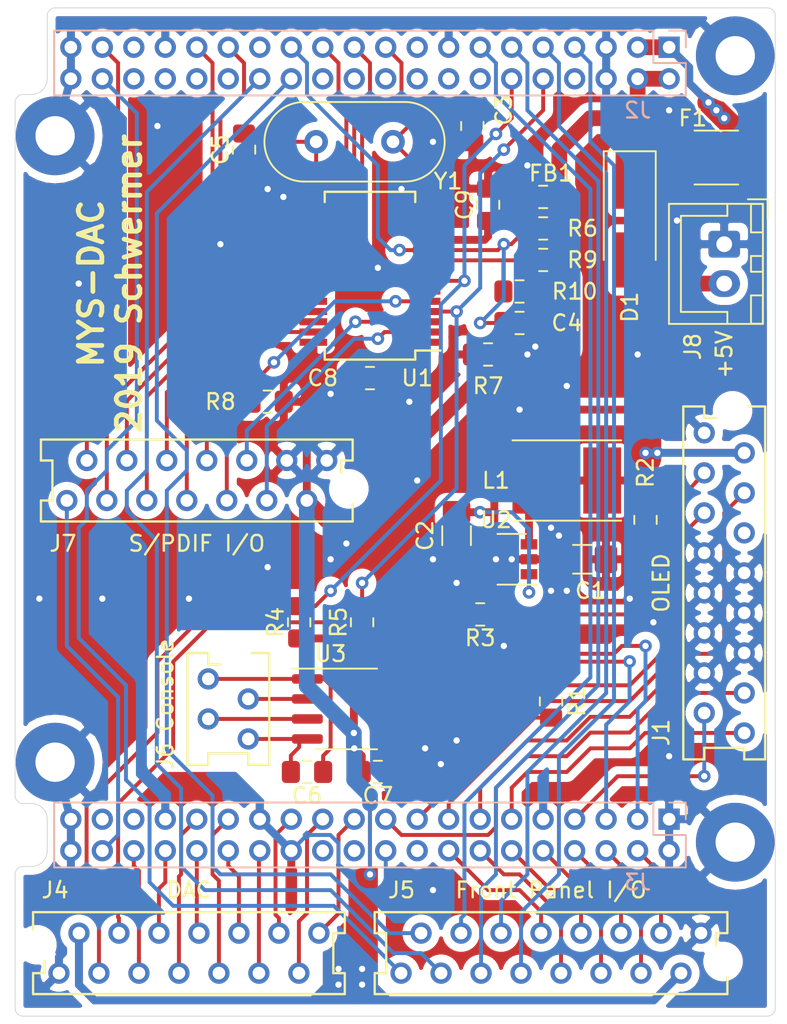
<source format=kicad_pcb>
(kicad_pcb (version 20171130) (host pcbnew 5.1.5)
  (layers (0 F.Cu signal) (31 B.Cu signal) (34 B.Paste user hide) (35 F.Paste user hide) (36 B.SilkS user) (37 F.SilkS user) (38 B.Mask user) (39 F.Mask user) (44 Edge.Cuts user))
  (net 0 "")
  (net 1 "Net-(J2-Pad14)")
  (net 2 "Net-(J2-Pad16)")
  (net 3 "Net-(J2-Pad17)")
  (net 4 "Net-(J2-Pad18)")
  (net 5 "Net-(J2-Pad20)")
  (net 6 "Net-(J2-Pad22)")
  (net 7 "Net-(J2-Pad24)")
  (net 8 "Net-(J2-Pad27)")
  (net 9 "Net-(J2-Pad30)")
  (net 10 "Net-(J2-Pad35)")
  (net 11 "Net-(J2-Pad36)")
  (net 12 "Net-(J3-Pad37)")
  (net 13 "Net-(J3-Pad35)")
  (net 14 "Net-(J3-Pad24)")
  (net 15 "Net-(J3-Pad22)")
  (net 16 /+3.8V)
  (net 17 GND)
  (net 18 +5V)
  (net 19 "Net-(C3-Pad1)")
  (net 20 WM8805_RESET)
  (net 21 "Net-(C5-Pad1)")
  (net 22 OLED_SS)
  (net 23 OLED_RESET)
  (net 24 OLED_DC)
  (net 25 "Net-(J1-Pad6)")
  (net 26 OLED_MOSI)
  (net 27 OLED_SCLK)
  (net 28 "Net-(J1-Pad3)")
  (net 29 +3V3)
  (net 30 ENC1)
  (net 31 +BATT)
  (net 32 ENC2)
  (net 33 SCL)
  (net 34 SDA)
  (net 35 WM8805_MCLK)
  (net 36 WM8805_LRCLK)
  (net 37 WM8805_BCLK)
  (net 38 WM8805_DOUT)
  (net 39 WM8805_DIN)
  (net 40 IMX_SPDIF_IN)
  (net 41 IMX_SPDIF_OUT)
  (net 42 DAC_DIN)
  (net 43 DAC_LRCLK)
  (net 44 DAC_BCLK)
  (net 45 DAC_RESET)
  (net 46 DAC_MCLK)
  (net 47 DAC_GPIO0)
  (net 48 DAC_DOUT)
  (net 49 DAC_GPIO1)
  (net 50 DAC_GPIO2)
  (net 51 DAC_GPIO3)
  (net 52 KPP_COL7)
  (net 53 OLED_MISO)
  (net 54 KPP_COL4)
  (net 55 KPP_ROW4)
  (net 56 KPP_ROW7)
  (net 57 KPP_COL6)
  (net 58 KPP_ROW6)
  (net 59 IMX_UART_RX)
  (net 60 KPP_COL5)
  (net 61 IMX_UART_TX)
  (net 62 "Net-(R8-Pad1)")
  (net 63 "Net-(U1-Pad6)")
  (net 64 "Net-(U1-Pad8)")
  (net 65 "Net-(U1-Pad13)")
  (net 66 "Net-(C6-Pad2)")
  (net 67 "Net-(C6-Pad1)")
  (net 68 "Net-(J6-Pad3)")
  (net 69 "Net-(J6-Pad2)")
  (net 70 "Net-(J7-Pad4)")
  (net 71 "Net-(J7-Pad5)")
  (net 72 "Net-(J7-Pad6)")
  (net 73 "Net-(L1-Pad1)")
  (net 74 "Net-(R2-Pad2)")
  (net 75 /PVDD)
  (net 76 "Net-(J7-Pad7)")
  (net 77 "Net-(J7-Pad8)")
  (net 78 "Net-(J7-Pad9)")
  (net 79 "Net-(J7-Pad10)")
  (net 80 "Net-(J7-Pad11)")
  (net 81 "Net-(J7-Pad12)")
  (net 82 "Net-(D1-Pad1)")
  (net 83 "Net-(D1-Pad2)")
  (net 84 "Net-(J2-Pad34)")
  (net 85 "Net-(J2-Pad32)")
  (net 86 "Net-(J3-Pad18)")
  (net 87 "Net-(R10-Pad1)")
  (net 88 PWR_BTN)
  (net 89 RED_LED)
  (net 90 IR_IN)
  (net 91 IR_OUT)
  (net 92 GREEN_LED)
  (module Resistor_SMD:R_0805_2012Metric_Pad1.15x1.40mm_HandSolder (layer F.Cu) (at -9.5 -10)
    (fp_text reference R10 (at 3.5 0) (layer F.SilkS))
    (fp_text value 10k)
    (pad 1 smd roundrect (at -1.025 0) (size 1.15 1.4) (layers F.Cu F.Paste F.Mask) (roundrect_rratio 0.217391) (net 87 "Net-(R10-Pad1)"))
    (pad 2 smd roundrect (at 1.025 0) (size 1.15 1.4) (layers F.Cu F.Paste F.Mask) (roundrect_rratio 0.217391) (net 17 GND))
  )
  (module Resistor_SMD:R_0805_2012Metric_Pad1.15x1.40mm_HandSolder (layer F.Cu) (at -25.5 -3)
    (fp_text reference R8 (at -3 0) (layer F.SilkS))
    (fp_text value 10k)
    (pad 2 smd roundrect (at 1.025 0) (size 1.15 1.4) (layers F.Cu F.Paste F.Mask) (roundrect_rratio 0.217391) (net 17 GND))
    (pad 1 smd roundrect (at -1.025 0) (size 1.15 1.4) (layers F.Cu F.Paste F.Mask) (roundrect_rratio 0.217391) (net 62 "Net-(R8-Pad1)"))
  )
  (module Resistor_SMD:R_0805_2012Metric_Pad1.15x1.40mm_HandSolder (layer F.Cu) (at -12 10.5 180)
    (fp_text reference R3 (at 0 -1.5) (layer F.SilkS))
    (fp_text value 100k)
    (pad 2 smd roundrect (at 1.025 0 180) (size 1.15 1.4) (layers F.Cu F.Paste F.Mask) (roundrect_rratio 0.217391) (net 17 GND))
    (pad 1 smd roundrect (at -1.025 0 180) (size 1.15 1.4) (layers F.Cu F.Paste F.Mask) (roundrect_rratio 0.217391) (net 74 "Net-(R2-Pad2)"))
  )
  (module Capacitor_SMD:C_0805_2012Metric_Pad1.15x1.40mm_HandSolder (layer F.Cu) (at -9.5 -8)
    (fp_text reference C4 (at 3 0) (layer F.SilkS))
    (fp_text value C)
    (pad 2 smd roundrect (at 1.025 0) (size 1.15 1.4) (layers F.Cu F.Paste F.Mask) (roundrect_rratio 0.217391) (net 17 GND))
    (pad 1 smd roundrect (at -1.025 0) (size 1.15 1.4) (layers F.Cu F.Paste F.Mask) (roundrect_rratio 0.217391) (net 20 WM8805_RESET))
  )
  (module Connector_PinSocket_2.00mm:PinSocket_2x20_P2.00mm_Vertical (layer B.Cu) (at 0 -25.5 90)
    (fp_text reference J2 (at -4 -2) (layer B.SilkS) (effects (justify mirror)))
    (fp_text value Conn_02x20_Odd_Even)
    (pad 40 thru_hole oval (at -2 -38 90) (size 1.35 1.35) (drill 0.8) (layers *.Cu *.Mask) (net 17 GND))
    (pad 39 thru_hole oval (at 0 -38 90) (size 1.35 1.35) (drill 0.8) (layers *.Cu *.Mask) (net 17 GND))
    (pad 38 thru_hole oval (at -2 -36 90) (size 1.35 1.35) (drill 0.8) (layers *.Cu *.Mask) (net 88 PWR_BTN))
    (pad 37 thru_hole oval (at 0 -36 90) (size 1.35 1.35) (drill 0.8) (layers *.Cu *.Mask) (net 40 IMX_SPDIF_IN))
    (pad 36 thru_hole oval (at -2 -34 90) (size 1.35 1.35) (drill 0.8) (layers *.Cu *.Mask) (net 11 "Net-(J2-Pad36)"))
    (pad 35 thru_hole oval (at 0 -34 90) (size 1.35 1.35) (drill 0.8) (layers *.Cu *.Mask) (net 10 "Net-(J2-Pad35)"))
    (pad 34 thru_hole oval (at -2 -32 90) (size 1.35 1.35) (drill 0.8) (layers *.Cu *.Mask) (net 84 "Net-(J2-Pad34)"))
    (pad 33 thru_hole oval (at 0 -32 90) (size 1.35 1.35) (drill 0.8) (layers *.Cu *.Mask) (net 17 GND))
    (pad 32 thru_hole oval (at -2 -30 90) (size 1.35 1.35) (drill 0.8) (layers *.Cu *.Mask) (net 85 "Net-(J2-Pad32)"))
    (pad 31 thru_hole oval (at 0 -30 90) (size 1.35 1.35) (drill 0.8) (layers *.Cu *.Mask) (net 39 WM8805_DIN))
    (pad 30 thru_hole oval (at -2 -28 90) (size 1.35 1.35) (drill 0.8) (layers *.Cu *.Mask) (net 9 "Net-(J2-Pad30)"))
    (pad 29 thru_hole oval (at 0 -28 90) (size 1.35 1.35) (drill 0.8) (layers *.Cu *.Mask) (net 38 WM8805_DOUT))
    (pad 28 thru_hole oval (at -2 -26 90) (size 1.35 1.35) (drill 0.8) (layers *.Cu *.Mask) (net 89 RED_LED))
    (pad 27 thru_hole oval (at 0 -26 90) (size 1.35 1.35) (drill 0.8) (layers *.Cu *.Mask) (net 8 "Net-(J2-Pad27)"))
    (pad 26 thru_hole oval (at -2 -24 90) (size 1.35 1.35) (drill 0.8) (layers *.Cu *.Mask) (net 90 IR_IN))
    (pad 25 thru_hole oval (at 0 -24 90) (size 1.35 1.35) (drill 0.8) (layers *.Cu *.Mask) (net 20 WM8805_RESET))
    (pad 24 thru_hole oval (at -2 -22 90) (size 1.35 1.35) (drill 0.8) (layers *.Cu *.Mask) (net 7 "Net-(J2-Pad24)"))
    (pad 23 thru_hole oval (at 0 -22 90) (size 1.35 1.35) (drill 0.8) (layers *.Cu *.Mask) (net 37 WM8805_BCLK))
    (pad 22 thru_hole oval (at -2 -20 90) (size 1.35 1.35) (drill 0.8) (layers *.Cu *.Mask) (net 6 "Net-(J2-Pad22)"))
    (pad 21 thru_hole oval (at 0 -20 90) (size 1.35 1.35) (drill 0.8) (layers *.Cu *.Mask) (net 36 WM8805_LRCLK))
    (pad 20 thru_hole oval (at -2 -18 90) (size 1.35 1.35) (drill 0.8) (layers *.Cu *.Mask) (net 5 "Net-(J2-Pad20)"))
    (pad 19 thru_hole oval (at 0 -18 90) (size 1.35 1.35) (drill 0.8) (layers *.Cu *.Mask) (net 35 WM8805_MCLK))
    (pad 18 thru_hole oval (at -2 -16 90) (size 1.35 1.35) (drill 0.8) (layers *.Cu *.Mask) (net 4 "Net-(J2-Pad18)"))
    (pad 17 thru_hole oval (at 0 -16 90) (size 1.35 1.35) (drill 0.8) (layers *.Cu *.Mask) (net 3 "Net-(J2-Pad17)"))
    (pad 16 thru_hole oval (at -2 -14 90) (size 1.35 1.35) (drill 0.8) (layers *.Cu *.Mask) (net 2 "Net-(J2-Pad16)"))
    (pad 15 thru_hole oval (at 0 -14 90) (size 1.35 1.35) (drill 0.8) (layers *.Cu *.Mask) (net 17 GND))
    (pad 14 thru_hole oval (at -2 -12 90) (size 1.35 1.35) (drill 0.8) (layers *.Cu *.Mask) (net 1 "Net-(J2-Pad14)"))
    (pad 13 thru_hole oval (at 0 -12 90) (size 1.35 1.35) (drill 0.8) (layers *.Cu *.Mask) (net 91 IR_OUT))
    (pad 12 thru_hole oval (at -2 -10 90) (size 1.35 1.35) (drill 0.8) (layers *.Cu *.Mask) (net 34 SDA))
    (pad 11 thru_hole oval (at 0 -10 90) (size 1.35 1.35) (drill 0.8) (layers *.Cu *.Mask) (net 92 GREEN_LED))
    (pad 10 thru_hole oval (at -2 -8 90) (size 1.35 1.35) (drill 0.8) (layers *.Cu *.Mask) (net 33 SCL))
    (pad 9 thru_hole oval (at 0 -8 90) (size 1.35 1.35) (drill 0.8) (layers *.Cu *.Mask) (net 32 ENC2))
    (pad 8 thru_hole oval (at -2 -6 90) (size 1.35 1.35) (drill 0.8) (layers *.Cu *.Mask) (net 31 +BATT))
    (pad 7 thru_hole oval (at 0 -6 90) (size 1.35 1.35) (drill 0.8) (layers *.Cu *.Mask) (net 30 ENC1))
    (pad 6 thru_hole oval (at -2 -4 90) (size 1.35 1.35) (drill 0.8) (layers *.Cu *.Mask) (net 17 GND))
    (pad 5 thru_hole oval (at 0 -4 90) (size 1.35 1.35) (drill 0.8) (layers *.Cu *.Mask) (net 17 GND))
    (pad 4 thru_hole oval (at -2 -2 90) (size 1.35 1.35) (drill 0.8) (layers *.Cu *.Mask) (net 29 +3V3))
    (pad 3 thru_hole oval (at 0 -2 90) (size 1.35 1.35) (drill 0.8) (layers *.Cu *.Mask) (net 18 +5V))
    (pad 2 thru_hole oval (at -2 0 90) (size 1.35 1.35) (drill 0.8) (layers *.Cu *.Mask) (net 29 +3V3))
    (pad 1 thru_hole rect (at 0 0 90) (size 1.35 1.35) (drill 0.8) (layers *.Cu *.Mask) (net 18 +5V))
  )
  (module Connector_PinSocket_2.00mm:PinSocket_2x20_P2.00mm_Vertical (layer B.Cu) (at 0 23.5 90)
    (fp_text reference J3 (at -4 -2) (layer B.SilkS) (effects (justify mirror)))
    (fp_text value Conn_02x20_Odd_Even)
    (pad 40 thru_hole oval (at -2 -38 90) (size 1.35 1.35) (drill 0.8) (layers *.Cu *.Mask) (net 17 GND))
    (pad 39 thru_hole oval (at 0 -38 90) (size 1.35 1.35) (drill 0.8) (layers *.Cu *.Mask) (net 17 GND))
    (pad 38 thru_hole oval (at -2 -36 90) (size 1.35 1.35) (drill 0.8) (layers *.Cu *.Mask) (net 41 IMX_SPDIF_OUT))
    (pad 37 thru_hole oval (at 0 -36 90) (size 1.35 1.35) (drill 0.8) (layers *.Cu *.Mask) (net 12 "Net-(J3-Pad37)"))
    (pad 36 thru_hole oval (at -2 -34 90) (size 1.35 1.35) (drill 0.8) (layers *.Cu *.Mask) (net 42 DAC_DIN))
    (pad 35 thru_hole oval (at 0 -34 90) (size 1.35 1.35) (drill 0.8) (layers *.Cu *.Mask) (net 13 "Net-(J3-Pad35)"))
    (pad 34 thru_hole oval (at -2 -32 90) (size 1.35 1.35) (drill 0.8) (layers *.Cu *.Mask) (net 43 DAC_LRCLK))
    (pad 33 thru_hole oval (at 0 -32 90) (size 1.35 1.35) (drill 0.8) (layers *.Cu *.Mask) (net 17 GND))
    (pad 32 thru_hole oval (at -2 -30 90) (size 1.35 1.35) (drill 0.8) (layers *.Cu *.Mask) (net 44 DAC_BCLK))
    (pad 31 thru_hole oval (at 0 -30 90) (size 1.35 1.35) (drill 0.8) (layers *.Cu *.Mask) (net 45 DAC_RESET))
    (pad 30 thru_hole oval (at -2 -28 90) (size 1.35 1.35) (drill 0.8) (layers *.Cu *.Mask) (net 46 DAC_MCLK))
    (pad 29 thru_hole oval (at 0 -28 90) (size 1.35 1.35) (drill 0.8) (layers *.Cu *.Mask) (net 47 DAC_GPIO0))
    (pad 28 thru_hole oval (at -2 -26 90) (size 1.35 1.35) (drill 0.8) (layers *.Cu *.Mask) (net 48 DAC_DOUT))
    (pad 27 thru_hole oval (at 0 -26 90) (size 1.35 1.35) (drill 0.8) (layers *.Cu *.Mask) (net 17 GND))
    (pad 26 thru_hole oval (at -2 -24 90) (size 1.35 1.35) (drill 0.8) (layers *.Cu *.Mask) (net 17 GND))
    (pad 25 thru_hole oval (at 0 -24 90) (size 1.35 1.35) (drill 0.8) (layers *.Cu *.Mask) (net 49 DAC_GPIO1))
    (pad 24 thru_hole oval (at -2 -22 90) (size 1.35 1.35) (drill 0.8) (layers *.Cu *.Mask) (net 14 "Net-(J3-Pad24)"))
    (pad 23 thru_hole oval (at 0 -22 90) (size 1.35 1.35) (drill 0.8) (layers *.Cu *.Mask) (net 50 DAC_GPIO2))
    (pad 22 thru_hole oval (at -2 -20 90) (size 1.35 1.35) (drill 0.8) (layers *.Cu *.Mask) (net 15 "Net-(J3-Pad22)"))
    (pad 21 thru_hole oval (at 0 -20 90) (size 1.35 1.35) (drill 0.8) (layers *.Cu *.Mask) (net 51 DAC_GPIO3))
    (pad 20 thru_hole oval (at -2 -18 90) (size 1.35 1.35) (drill 0.8) (layers *.Cu *.Mask) (net 17 GND))
    (pad 19 thru_hole oval (at 0 -18 90) (size 1.35 1.35) (drill 0.8) (layers *.Cu *.Mask) (net 24 OLED_DC))
    (pad 18 thru_hole oval (at -2 -16 90) (size 1.35 1.35) (drill 0.8) (layers *.Cu *.Mask) (net 86 "Net-(J3-Pad18)"))
    (pad 17 thru_hole oval (at 0 -16 90) (size 1.35 1.35) (drill 0.8) (layers *.Cu *.Mask) (net 26 OLED_MOSI))
    (pad 16 thru_hole oval (at -2 -14 90) (size 1.35 1.35) (drill 0.8) (layers *.Cu *.Mask) (net 52 KPP_COL7))
    (pad 15 thru_hole oval (at 0 -14 90) (size 1.35 1.35) (drill 0.8) (layers *.Cu *.Mask) (net 53 OLED_MISO))
    (pad 14 thru_hole oval (at -2 -12 90) (size 1.35 1.35) (drill 0.8) (layers *.Cu *.Mask) (net 54 KPP_COL4))
    (pad 13 thru_hole oval (at 0 -12 90) (size 1.35 1.35) (drill 0.8) (layers *.Cu *.Mask) (net 27 OLED_SCLK))
    (pad 12 thru_hole oval (at -2 -10 90) (size 1.35 1.35) (drill 0.8) (layers *.Cu *.Mask) (net 55 KPP_ROW4))
    (pad 11 thru_hole oval (at 0 -10 90) (size 1.35 1.35) (drill 0.8) (layers *.Cu *.Mask) (net 22 OLED_SS))
    (pad 10 thru_hole oval (at -2 -8 90) (size 1.35 1.35) (drill 0.8) (layers *.Cu *.Mask) (net 56 KPP_ROW7))
    (pad 9 thru_hole oval (at 0 -8 90) (size 1.35 1.35) (drill 0.8) (layers *.Cu *.Mask) (net 17 GND))
    (pad 8 thru_hole oval (at -2 -6 90) (size 1.35 1.35) (drill 0.8) (layers *.Cu *.Mask) (net 57 KPP_COL6))
    (pad 7 thru_hole oval (at 0 -6 90) (size 1.35 1.35) (drill 0.8) (layers *.Cu *.Mask) (net 23 OLED_RESET))
    (pad 6 thru_hole oval (at -2 -4 90) (size 1.35 1.35) (drill 0.8) (layers *.Cu *.Mask) (net 58 KPP_ROW6))
    (pad 5 thru_hole oval (at 0 -4 90) (size 1.35 1.35) (drill 0.8) (layers *.Cu *.Mask) (net 59 IMX_UART_RX))
    (pad 4 thru_hole oval (at -2 -2 90) (size 1.35 1.35) (drill 0.8) (layers *.Cu *.Mask) (net 60 KPP_COL5))
    (pad 3 thru_hole oval (at 0 -2 90) (size 1.35 1.35) (drill 0.8) (layers *.Cu *.Mask) (net 61 IMX_UART_TX))
    (pad 2 thru_hole oval (at -2 0 90) (size 1.35 1.35) (drill 0.8) (layers *.Cu *.Mask) (net 17 GND))
    (pad 1 thru_hole rect (at 0 0 90) (size 1.35 1.35) (drill 0.8) (layers *.Cu *.Mask) (net 17 GND))
  )
  (module Capacitor_SMD:C_0805_2012Metric_Pad1.15x1.40mm_HandSolder (layer F.Cu) (at -12.5 -20.5 270)
    (fp_text reference C3 (at -1 -2 90) (layer F.SilkS))
    (fp_text value 15p)
    (pad 2 smd roundrect (at 1.025 0 270) (size 1.15 1.4) (layers F.Cu F.Paste F.Mask) (roundrect_rratio 0.217391) (net 17 GND))
    (pad 1 smd roundrect (at -1.025 0 270) (size 1.15 1.4) (layers F.Cu F.Paste F.Mask) (roundrect_rratio 0.217391) (net 19 "Net-(C3-Pad1)"))
  )
  (module Capacitor_SMD:C_0805_2012Metric_Pad1.15x1.40mm_HandSolder (layer F.Cu) (at -27 -19 270)
    (fp_text reference C5 (at 0 1.5 90) (layer F.SilkS))
    (fp_text value 15p)
    (pad 2 smd roundrect (at 1.025 0 270) (size 1.15 1.4) (layers F.Cu F.Paste F.Mask) (roundrect_rratio 0.217391) (net 17 GND))
    (pad 1 smd roundrect (at -1.025 0 270) (size 1.15 1.4) (layers F.Cu F.Paste F.Mask) (roundrect_rratio 0.217391) (net 21 "Net-(C5-Pad1)"))
  )
  (module Resistor_SMD:R_0805_2012Metric_Pad1.15x1.40mm_HandSolder (layer F.Cu) (at -7.5 16.025 270)
    (fp_text reference R1 (at 0 -1.65 90) (layer F.SilkS))
    (fp_text value R)
    (pad 2 smd roundrect (at 1.025 0 270) (size 1.15 1.4) (layers F.Cu F.Paste F.Mask) (roundrect_rratio 0.217391) (net 53 OLED_MISO))
    (pad 1 smd roundrect (at -1.025 0 270) (size 1.15 1.4) (layers F.Cu F.Paste F.Mask) (roundrect_rratio 0.217391) (net 28 "Net-(J1-Pad3)"))
  )
  (module Resistor_SMD:R_0805_2012Metric_Pad1.15x1.40mm_HandSolder (layer F.Cu) (at -23.5 11 90)
    (fp_text reference R4 (at 0 -1.5 90) (layer F.SilkS))
    (fp_text value 4.7k)
    (pad 2 smd roundrect (at 1.025 0 90) (size 1.15 1.4) (layers F.Cu F.Paste F.Mask) (roundrect_rratio 0.217391) (net 34 SDA))
    (pad 1 smd roundrect (at -1.025 0 90) (size 1.15 1.4) (layers F.Cu F.Paste F.Mask) (roundrect_rratio 0.217391) (net 29 +3V3))
  )
  (module Resistor_SMD:R_0805_2012Metric_Pad1.15x1.40mm_HandSolder (layer F.Cu) (at -19.5 11 90)
    (fp_text reference R5 (at 0 -1.5 90) (layer F.SilkS))
    (fp_text value 4.7k)
    (pad 2 smd roundrect (at 1.025 0 90) (size 1.15 1.4) (layers F.Cu F.Paste F.Mask) (roundrect_rratio 0.217391) (net 33 SCL))
    (pad 1 smd roundrect (at -1.025 0 90) (size 1.15 1.4) (layers F.Cu F.Paste F.Mask) (roundrect_rratio 0.217391) (net 29 +3V3))
  )
  (module Resistor_SMD:R_0805_2012Metric_Pad1.15x1.40mm_HandSolder (layer F.Cu) (at -8 -14 180)
    (fp_text reference R6 (at -2.5 0) (layer F.SilkS))
    (fp_text value R)
    (pad 2 smd roundrect (at 1.025 0 180) (size 1.15 1.4) (layers F.Cu F.Paste F.Mask) (roundrect_rratio 0.217391) (net 20 WM8805_RESET))
    (pad 1 smd roundrect (at -1.025 0 180) (size 1.15 1.4) (layers F.Cu F.Paste F.Mask) (roundrect_rratio 0.217391) (net 29 +3V3))
  )
  (module Resistor_SMD:R_0805_2012Metric_Pad1.15x1.40mm_HandSolder (layer F.Cu) (at -11.5 -6 180)
    (fp_text reference R7 (at 0 -2) (layer F.SilkS))
    (fp_text value 10k)
    (pad 2 smd roundrect (at 1.025 0 180) (size 1.15 1.4) (layers F.Cu F.Paste F.Mask) (roundrect_rratio 0.217391) (net 17 GND))
    (pad 1 smd roundrect (at -1.025 0 180) (size 1.15 1.4) (layers F.Cu F.Paste F.Mask) (roundrect_rratio 0.217391) (net 20 WM8805_RESET))
  )
  (module Resistor_SMD:R_0805_2012Metric_Pad1.15x1.40mm_HandSolder (layer F.Cu) (at -8 -12 180)
    (fp_text reference R9 (at -2.5 0) (layer F.SilkS))
    (fp_text value R)
    (pad 2 smd roundrect (at 1.025 0 180) (size 1.15 1.4) (layers F.Cu F.Paste F.Mask) (roundrect_rratio 0.217391) (net 87 "Net-(R10-Pad1)"))
    (pad 1 smd roundrect (at -1.025 0 180) (size 1.15 1.4) (layers F.Cu F.Paste F.Mask) (roundrect_rratio 0.217391) (net 29 +3V3))
  )
  (module Package_SO:SSOP-28_5.3x10.2mm_P0.65mm (layer F.Cu) (at -19 -11 180)
    (fp_text reference U1 (at -3 -6.5) (layer F.SilkS))
    (fp_text value WM8805)
    (pad 28 smd rect (at 3.6 -4.225 180) (size 1.75 0.45) (layers F.Cu F.Paste F.Mask) (net 17 GND))
    (pad 27 smd rect (at 3.6 -3.575 180) (size 1.75 0.45) (layers F.Cu F.Paste F.Mask) (net 72 "Net-(J7-Pad6)"))
    (pad 26 smd rect (at 3.6 -2.925 180) (size 1.75 0.45) (layers F.Cu F.Paste F.Mask) (net 76 "Net-(J7-Pad7)"))
    (pad 25 smd rect (at 3.6 -2.275 180) (size 1.75 0.45) (layers F.Cu F.Paste F.Mask) (net 77 "Net-(J7-Pad8)"))
    (pad 24 smd rect (at 3.6 -1.625 180) (size 1.75 0.45) (layers F.Cu F.Paste F.Mask) (net 78 "Net-(J7-Pad9)"))
    (pad 23 smd rect (at 3.6 -0.975 180) (size 1.75 0.45) (layers F.Cu F.Paste F.Mask) (net 79 "Net-(J7-Pad10)"))
    (pad 22 smd rect (at 3.6 -0.325 180) (size 1.75 0.45) (layers F.Cu F.Paste F.Mask) (net 80 "Net-(J7-Pad11)"))
    (pad 21 smd rect (at 3.6 0.325 180) (size 1.75 0.45) (layers F.Cu F.Paste F.Mask) (net 81 "Net-(J7-Pad12)"))
    (pad 20 smd rect (at 3.6 0.975 180) (size 1.75 0.45) (layers F.Cu F.Paste F.Mask) (net 35 WM8805_MCLK))
    (pad 19 smd rect (at 3.6 1.625 180) (size 1.75 0.45) (layers F.Cu F.Paste F.Mask) (net 36 WM8805_LRCLK))
    (pad 18 smd rect (at 3.6 2.275 180) (size 1.75 0.45) (layers F.Cu F.Paste F.Mask) (net 37 WM8805_BCLK))
    (pad 17 smd rect (at 3.6 2.925 180) (size 1.75 0.45) (layers F.Cu F.Paste F.Mask) (net 39 WM8805_DIN))
    (pad 16 smd rect (at 3.6 3.575 180) (size 1.75 0.45) (layers F.Cu F.Paste F.Mask) (net 38 WM8805_DOUT))
    (pad 15 smd rect (at 3.6 4.225 180) (size 1.75 0.45) (layers F.Cu F.Paste F.Mask) (net 21 "Net-(C5-Pad1)"))
    (pad 14 smd rect (at -3.6 4.225 180) (size 1.75 0.45) (layers F.Cu F.Paste F.Mask) (net 19 "Net-(C3-Pad1)"))
    (pad 13 smd rect (at -3.6 3.575 180) (size 1.75 0.45) (layers F.Cu F.Paste F.Mask) (net 65 "Net-(U1-Pad13)"))
    (pad 12 smd rect (at -3.6 2.925 180) (size 1.75 0.45) (layers F.Cu F.Paste F.Mask) (net 17 GND))
    (pad 11 smd rect (at -3.6 2.275 180) (size 1.75 0.45) (layers F.Cu F.Paste F.Mask) (net 75 /PVDD))
    (pad 10 smd rect (at -3.6 1.625 180) (size 1.75 0.45) (layers F.Cu F.Paste F.Mask) (net 20 WM8805_RESET))
    (pad 9 smd rect (at -3.6 0.975 180) (size 1.75 0.45) (layers F.Cu F.Paste F.Mask) (net 87 "Net-(R10-Pad1)"))
    (pad 8 smd rect (at -3.6 0.325 180) (size 1.75 0.45) (layers F.Cu F.Paste F.Mask) (net 64 "Net-(U1-Pad8)"))
    (pad 7 smd rect (at -3.6 -0.325 180) (size 1.75 0.45) (layers F.Cu F.Paste F.Mask) (net 34 SDA))
    (pad 6 smd rect (at -3.6 -0.975 180) (size 1.75 0.45) (layers F.Cu F.Paste F.Mask) (net 63 "Net-(U1-Pad6)"))
    (pad 5 smd rect (at -3.6 -1.625 180) (size 1.75 0.45) (layers F.Cu F.Paste F.Mask) (net 62 "Net-(R8-Pad1)"))
    (pad 4 smd rect (at -3.6 -2.275 180) (size 1.75 0.45) (layers F.Cu F.Paste F.Mask) (net 33 SCL))
    (pad 3 smd rect (at -3.6 -2.925 180) (size 1.75 0.45) (layers F.Cu F.Paste F.Mask) (net 71 "Net-(J7-Pad5)"))
    (pad 2 smd rect (at -3.6 -3.575 180) (size 1.75 0.45) (layers F.Cu F.Paste F.Mask) (net 70 "Net-(J7-Pad4)"))
    (pad 1 smd rect (at -3.6 -4.225 180) (size 1.75 0.45) (layers F.Cu F.Paste F.Mask) (net 29 +3V3))
  )
  (module Package_SO:SOIC-8_3.9x4.9mm_P1.27mm (layer F.Cu) (at -20.5 16.5)
    (fp_text reference U3 (at -1 -3.5) (layer F.SilkS))
    (fp_text value ISO7321C)
    (pad 8 smd roundrect (at 2.475 -1.905) (size 1.95 0.6) (layers F.Cu F.Paste F.Mask) (net 29 +3V3))
    (pad 7 smd roundrect (at 2.475 -0.635) (size 1.95 0.6) (layers F.Cu F.Paste F.Mask) (net 61 IMX_UART_TX))
    (pad 6 smd roundrect (at 2.475 0.635) (size 1.95 0.6) (layers F.Cu F.Paste F.Mask) (net 59 IMX_UART_RX))
    (pad 5 smd roundrect (at 2.475 1.905) (size 1.95 0.6) (layers F.Cu F.Paste F.Mask) (net 17 GND))
    (pad 4 smd roundrect (at -2.475 1.905) (size 1.95 0.6) (layers F.Cu F.Paste F.Mask) (net 66 "Net-(C6-Pad2)"))
    (pad 3 smd roundrect (at -2.475 0.635) (size 1.95 0.6) (layers F.Cu F.Paste F.Mask) (net 68 "Net-(J6-Pad3)"))
    (pad 2 smd roundrect (at -2.475 -0.635) (size 1.95 0.6) (layers F.Cu F.Paste F.Mask) (net 69 "Net-(J6-Pad2)"))
    (pad 1 smd roundrect (at -2.475 -1.905) (size 1.95 0.6) (layers F.Cu F.Paste F.Mask) (net 67 "Net-(C6-Pad1)"))
  )
  (module Crystal:Crystal_HC49-4H_Vertical (layer F.Cu) (at -17.54 -19.5 180)
    (fp_text reference Y1 (at -3.5 -2.5) (layer F.SilkS))
    (fp_text value 12MHz)
    (pad 2 thru_hole circle (at 4.88 0 180) (size 1.5 1.5) (drill 0.8) (layers *.Cu *.Mask) (net 21 "Net-(C5-Pad1)"))
    (pad 1 thru_hole circle (at 0 0 180) (size 1.5 1.5) (drill 0.8) (layers *.Cu *.Mask) (net 19 "Net-(C3-Pad1)"))
  )
  (module micro-match:TE_MICRO-MATCH_FOB.16P (layer F.Cu) (at 3.5 8.5 90)
    (fp_text reference J1 (at -9.5 -4 90) (layer F.SilkS))
    (fp_text value OLED)
    (pad "" np_thru_hole circle (at 10.925 0.53 90) (size 1.5 1.5) (drill 1.5) (layers *.Cu *.Mask))
    (pad 16 thru_hole circle (at -9.525 1.27 90) (size 1.35 1.35) (drill 0.8) (layers *.Cu *.Mask) (net 22 OLED_SS))
    (pad 15 thru_hole circle (at -8.255 -1.27 90) (size 1.35 1.35) (drill 0.8) (layers *.Cu *.Mask) (net 23 OLED_RESET))
    (pad 14 thru_hole circle (at -6.985 1.27 90) (size 1.35 1.35) (drill 0.8) (layers *.Cu *.Mask) (net 24 OLED_DC))
    (pad 13 thru_hole circle (at -5.715 -1.27 90) (size 1.35 1.35) (drill 0.8) (layers *.Cu *.Mask) (net 17 GND))
    (pad 12 thru_hole circle (at -4.445 1.27 90) (size 1.35 1.35) (drill 0.8) (layers *.Cu *.Mask) (net 17 GND))
    (pad 11 thru_hole circle (at -3.175 -1.27 90) (size 1.35 1.35) (drill 0.8) (layers *.Cu *.Mask) (net 17 GND))
    (pad 10 thru_hole circle (at -1.905 1.27 90) (size 1.35 1.35) (drill 0.8) (layers *.Cu *.Mask) (net 17 GND))
    (pad 9 thru_hole circle (at -0.635 -1.27 90) (size 1.35 1.35) (drill 0.8) (layers *.Cu *.Mask) (net 17 GND))
    (pad 8 thru_hole circle (at 0.635 1.27 90) (size 1.35 1.35) (drill 0.8) (layers *.Cu *.Mask) (net 17 GND))
    (pad 7 thru_hole circle (at 1.905 -1.27 90) (size 1.35 1.35) (drill 0.8) (layers *.Cu *.Mask) (net 17 GND))
    (pad 6 thru_hole circle (at 3.175 1.27 90) (size 1.35 1.35) (drill 0.8) (layers *.Cu *.Mask) (net 25 "Net-(J1-Pad6)"))
    (pad 5 thru_hole circle (at 4.445 -1.27 90) (size 1.35 1.35) (drill 0.8) (layers *.Cu *.Mask) (net 26 OLED_MOSI))
    (pad 4 thru_hole circle (at 5.715 1.27 90) (size 1.35 1.35) (drill 0.8) (layers *.Cu *.Mask) (net 27 OLED_SCLK))
    (pad 3 thru_hole circle (at 6.985 -1.27 90) (size 1.35 1.35) (drill 0.8) (layers *.Cu *.Mask) (net 28 "Net-(J1-Pad3)"))
    (pad 2 thru_hole circle (at 8.255 1.27 90) (size 1.35 1.35) (drill 0.8) (layers *.Cu *.Mask) (net 16 /+3.8V))
    (pad 1 thru_hole circle (at 9.525 -1.27 90) (size 1.35 1.35) (drill 0.8) (layers *.Cu *.Mask) (net 17 GND))
  )
  (module micro-match:TE_MICRO-MATCH_FOB.14P (layer F.Cu) (at -30.5 32 180)
    (fp_text reference J4 (at 8.5 4) (layer F.SilkS))
    (fp_text value DAC)
    (pad "" np_thru_hole circle (at 9.655 0.53 180) (size 1.5 1.5) (drill 1.5) (layers *.Cu *.Mask))
    (pad 14 thru_hole circle (at -8.255 1.27 180) (size 1.35 1.35) (drill 0.8) (layers *.Cu *.Mask) (net 51 DAC_GPIO3))
    (pad 13 thru_hole circle (at -6.985 -1.27 180) (size 1.35 1.35) (drill 0.8) (layers *.Cu *.Mask) (net 50 DAC_GPIO2))
    (pad 12 thru_hole circle (at -5.715 1.27 180) (size 1.35 1.35) (drill 0.8) (layers *.Cu *.Mask) (net 49 DAC_GPIO1))
    (pad 11 thru_hole circle (at -4.445 -1.27 180) (size 1.35 1.35) (drill 0.8) (layers *.Cu *.Mask) (net 48 DAC_DOUT))
    (pad 10 thru_hole circle (at -3.175 1.27 180) (size 1.35 1.35) (drill 0.8) (layers *.Cu *.Mask) (net 46 DAC_MCLK))
    (pad 9 thru_hole circle (at -1.905 -1.27 180) (size 1.35 1.35) (drill 0.8) (layers *.Cu *.Mask) (net 47 DAC_GPIO0))
    (pad 8 thru_hole circle (at -0.635 1.27 180) (size 1.35 1.35) (drill 0.8) (layers *.Cu *.Mask) (net 44 DAC_BCLK))
    (pad 7 thru_hole circle (at 0.635 -1.27 180) (size 1.35 1.35) (drill 0.8) (layers *.Cu *.Mask) (net 45 DAC_RESET))
    (pad 6 thru_hole circle (at 1.905 1.27 180) (size 1.35 1.35) (drill 0.8) (layers *.Cu *.Mask) (net 43 DAC_LRCLK))
    (pad 5 thru_hole circle (at 3.175 -1.27 180) (size 1.35 1.35) (drill 0.8) (layers *.Cu *.Mask) (net 42 DAC_DIN))
    (pad 4 thru_hole circle (at 4.445 1.27 180) (size 1.35 1.35) (drill 0.8) (layers *.Cu *.Mask) (net 33 SCL))
    (pad 3 thru_hole circle (at 5.715 -1.27 180) (size 1.35 1.35) (drill 0.8) (layers *.Cu *.Mask) (net 34 SDA))
    (pad 2 thru_hole circle (at 6.985 1.27 180) (size 1.35 1.35) (drill 0.8) (layers *.Cu *.Mask) (net 29 +3V3))
    (pad 1 thru_hole circle (at 8.255 -1.27 180) (size 1.35 1.35) (drill 0.8) (layers *.Cu *.Mask) (net 17 GND))
  )
  (module Capacitor_SMD:C_0805_2012Metric_Pad1.15x1.40mm_HandSolder (layer F.Cu) (at -23 20.5 180)
    (fp_text reference C6 (at 0 -1.5) (layer F.SilkS))
    (fp_text value 100n)
    (pad 2 smd roundrect (at 1.025 0 180) (size 1.15 1.4) (layers F.Cu F.Paste F.Mask) (roundrect_rratio 0.217391) (net 66 "Net-(C6-Pad2)"))
    (pad 1 smd roundrect (at -1.025 0 180) (size 1.15 1.4) (layers F.Cu F.Paste F.Mask) (roundrect_rratio 0.217391) (net 67 "Net-(C6-Pad1)"))
  )
  (module Capacitor_SMD:C_0805_2012Metric_Pad1.15x1.40mm_HandSolder (layer F.Cu) (at -18.5 20.5)
    (fp_text reference C7 (at 0 1.5) (layer F.SilkS))
    (fp_text value 100n)
    (pad 2 smd roundrect (at 1.025 0) (size 1.15 1.4) (layers F.Cu F.Paste F.Mask) (roundrect_rratio 0.217391) (net 17 GND))
    (pad 1 smd roundrect (at -1.025 0) (size 1.15 1.4) (layers F.Cu F.Paste F.Mask) (roundrect_rratio 0.217391) (net 29 +3V3))
  )
  (module micro-match:TE_MICRO-MATCH_FOB.04P (layer F.Cu) (at -28 16.5 90)
    (fp_text reference J6 (at -3 -4 90) (layer F.SilkS))
    (fp_text value CONSOLE)
    (pad "" np_thru_hole circle (at 3.305 0.53 90) (size 1.5 1.5) (drill 1.5) (layers *.Cu *.Mask))
    (pad 4 thru_hole circle (at -1.905 1.27 90) (size 1.35 1.35) (drill 0.8) (layers *.Cu *.Mask) (net 66 "Net-(C6-Pad2)"))
    (pad 3 thru_hole circle (at -0.635 -1.27 90) (size 1.35 1.35) (drill 0.8) (layers *.Cu *.Mask) (net 68 "Net-(J6-Pad3)"))
    (pad 2 thru_hole circle (at 0.635 1.27 90) (size 1.35 1.35) (drill 0.8) (layers *.Cu *.Mask) (net 69 "Net-(J6-Pad2)"))
    (pad 1 thru_hole circle (at 1.905 -1.27 90) (size 1.35 1.35) (drill 0.8) (layers *.Cu *.Mask) (net 67 "Net-(C6-Pad1)"))
  )
  (module micro-match:TE_MICRO-MATCH_FOB.16P (layer F.Cu) (at -7.5 32)
    (fp_text reference J5 (at -9.5 -4) (layer F.SilkS))
    (fp_text value IO)
    (pad "" np_thru_hole circle (at 10.925 0.53) (size 1.5 1.5) (drill 1.5) (layers *.Cu *.Mask))
    (pad 16 thru_hole circle (at -9.525 1.27) (size 1.35 1.35) (drill 0.8) (layers *.Cu *.Mask) (net 88 PWR_BTN))
    (pad 15 thru_hole circle (at -8.255 -1.27) (size 1.35 1.35) (drill 0.8) (layers *.Cu *.Mask) (net 90 IR_IN))
    (pad 14 thru_hole circle (at -6.985 1.27) (size 1.35 1.35) (drill 0.8) (layers *.Cu *.Mask) (net 89 RED_LED))
    (pad 13 thru_hole circle (at -5.715 -1.27) (size 1.35 1.35) (drill 0.8) (layers *.Cu *.Mask) (net 91 IR_OUT))
    (pad 12 thru_hole circle (at -4.445 1.27) (size 1.35 1.35) (drill 0.8) (layers *.Cu *.Mask) (net 92 GREEN_LED))
    (pad 11 thru_hole circle (at -3.175 -1.27) (size 1.35 1.35) (drill 0.8) (layers *.Cu *.Mask) (net 32 ENC2))
    (pad 10 thru_hole circle (at -1.905 1.27) (size 1.35 1.35) (drill 0.8) (layers *.Cu *.Mask) (net 30 ENC1))
    (pad 9 thru_hole circle (at -0.635 -1.27) (size 1.35 1.35) (drill 0.8) (layers *.Cu *.Mask) (net 52 KPP_COL7))
    (pad 8 thru_hole circle (at 0.635 1.27) (size 1.35 1.35) (drill 0.8) (layers *.Cu *.Mask) (net 54 KPP_COL4))
    (pad 7 thru_hole circle (at 1.905 -1.27) (size 1.35 1.35) (drill 0.8) (layers *.Cu *.Mask) (net 55 KPP_ROW4))
    (pad 6 thru_hole circle (at 3.175 1.27) (size 1.35 1.35) (drill 0.8) (layers *.Cu *.Mask) (net 56 KPP_ROW7))
    (pad 5 thru_hole circle (at 4.445 -1.27) (size 1.35 1.35) (drill 0.8) (layers *.Cu *.Mask) (net 57 KPP_COL6))
    (pad 4 thru_hole circle (at 5.715 1.27) (size 1.35 1.35) (drill 0.8) (layers *.Cu *.Mask) (net 58 KPP_ROW6))
    (pad 3 thru_hole circle (at 6.985 -1.27) (size 1.35 1.35) (drill 0.8) (layers *.Cu *.Mask) (net 60 KPP_COL5))
    (pad 2 thru_hole circle (at 8.255 1.27) (size 1.35 1.35) (drill 0.8) (layers *.Cu *.Mask) (net 29 +3V3))
    (pad 1 thru_hole circle (at 9.525 -1.27) (size 1.35 1.35) (drill 0.8) (layers *.Cu *.Mask) (net 17 GND))
  )
  (module Capacitor_SMD:C_0805_2012Metric_Pad1.15x1.40mm_HandSolder (layer F.Cu) (at -19 -4.5 180)
    (fp_text reference C8 (at 3 0) (layer F.SilkS))
    (fp_text value 100n)
    (pad 2 smd roundrect (at 1.025 0 180) (size 1.15 1.4) (layers F.Cu F.Paste F.Mask) (roundrect_rratio 0.217391) (net 17 GND))
    (pad 1 smd roundrect (at -1.025 0 180) (size 1.15 1.4) (layers F.Cu F.Paste F.Mask) (roundrect_rratio 0.217391) (net 29 +3V3))
  )
  (module Capacitor_SMD:C_0805_2012Metric_Pad1.15x1.40mm_HandSolder (layer F.Cu) (at -11.5 -15.5 90)
    (fp_text reference C9 (at 0 -1.5 90) (layer F.SilkS))
    (fp_text value 1u)
    (pad 2 smd roundrect (at 1.025 0 90) (size 1.15 1.4) (layers F.Cu F.Paste F.Mask) (roundrect_rratio 0.217391) (net 17 GND))
    (pad 1 smd roundrect (at -1.025 0 90) (size 1.15 1.4) (layers F.Cu F.Paste F.Mask) (roundrect_rratio 0.217391) (net 75 /PVDD))
  )
  (module Inductor_SMD:L_0805_2012Metric_Pad1.15x1.40mm_HandSolder (layer F.Cu) (at -8 -16)
    (fp_text reference FB1 (at 0.5 -1.5) (layer F.SilkS))
    (fp_text value Ferrite_Bead_Small)
    (pad 2 smd roundrect (at 1.025 0) (size 1.15 1.4) (layers F.Cu F.Paste F.Mask) (roundrect_rratio 0.217391) (net 29 +3V3))
    (pad 1 smd roundrect (at -1.025 0) (size 1.15 1.4) (layers F.Cu F.Paste F.Mask) (roundrect_rratio 0.217391) (net 75 /PVDD))
  )
  (module Inductor_SMD:L_Taiyo-Yuden_NR-50xx_HandSoldering (layer F.Cu) (at -6.5 2)
    (fp_text reference L1 (at -4.5 0) (layer F.SilkS))
    (fp_text value 2.2µ)
    (pad 1 smd rect (at -2.25 0) (size 2.4 4.2) (layers F.Cu F.Paste F.Mask) (net 73 "Net-(L1-Pad1)"))
    (pad 2 smd rect (at 2.25 0) (size 2.4 4.2) (layers F.Cu F.Paste F.Mask) (net 16 /+3.8V))
  )
  (module Resistor_SMD:R_0805_2012Metric_Pad1.15x1.40mm_HandSolder (layer F.Cu) (at -1.5 4.5 270)
    (fp_text reference R2 (at -3 0 90) (layer F.SilkS))
    (fp_text value 536k)
    (pad 1 smd roundrect (at -1.025 0 270) (size 1.15 1.4) (layers F.Cu F.Paste F.Mask) (roundrect_rratio 0.217391) (net 16 /+3.8V))
    (pad 2 smd roundrect (at 1.025 0 270) (size 1.15 1.4) (layers F.Cu F.Paste F.Mask) (roundrect_rratio 0.217391) (net 74 "Net-(R2-Pad2)"))
  )
  (module Package_TO_SOT_SMD:SOT-23-5 (layer F.Cu) (at -10 7 180)
    (fp_text reference U2 (at 1 2.5) (layer F.SilkS))
    (fp_text value TLV62568DBV)
    (pad 1 smd rect (at -1.1 -0.95 180) (size 1.06 0.65) (layers F.Cu F.Paste F.Mask) (net 18 +5V))
    (pad 2 smd rect (at -1.1 0 180) (size 1.06 0.65) (layers F.Cu F.Paste F.Mask) (net 17 GND))
    (pad 3 smd rect (at -1.1 0.95 180) (size 1.06 0.65) (layers F.Cu F.Paste F.Mask) (net 73 "Net-(L1-Pad1)"))
    (pad 4 smd rect (at 1.1 0.95 180) (size 1.06 0.65) (layers F.Cu F.Paste F.Mask) (net 18 +5V))
    (pad 5 smd rect (at 1.1 -0.95 180) (size 1.06 0.65) (layers F.Cu F.Paste F.Mask) (net 74 "Net-(R2-Pad2)"))
  )
  (module Capacitor_SMD:C_1206_3216Metric_Pad1.42x1.75mm_HandSolder (layer F.Cu) (at -5.5 7 180)
    (fp_text reference C1 (at -0.5 -2) (layer F.SilkS))
    (fp_text value 22µ)
    (pad 2 smd roundrect (at 1.4875 0 180) (size 1.425 1.75) (layers F.Cu F.Paste F.Mask) (roundrect_rratio 0.175439) (net 17 GND))
    (pad 1 smd roundrect (at -1.4875 0 180) (size 1.425 1.75) (layers F.Cu F.Paste F.Mask) (roundrect_rratio 0.175439) (net 16 /+3.8V))
  )
  (module Capacitor_SMD:C_1206_3216Metric_Pad1.42x1.75mm_HandSolder (layer F.Cu) (at -13.5 5.5 270)
    (fp_text reference C2 (at 0 2 90) (layer F.SilkS))
    (fp_text value 4.7µ)
    (pad 1 smd roundrect (at -1.4875 0 270) (size 1.425 1.75) (layers F.Cu F.Paste F.Mask) (roundrect_rratio 0.175439) (net 18 +5V))
    (pad 2 smd roundrect (at 1.4875 0 270) (size 1.425 1.75) (layers F.Cu F.Paste F.Mask) (roundrect_rratio 0.175439) (net 17 GND))
  )
  (module MountingHole:MountingHole_2.5mm_Pad (layer F.Cu) (at 4.2 24.96)
    (fp_text reference H1 hide)
    (fp_text value MountingHole_Pad hide)
    (pad 1 thru_hole circle (at 0 0) (size 5 5) (drill 2.5) (layers *.Cu *.Mask) (net 17 GND))
  )
  (module MountingHole:MountingHole_2.5mm_Pad (layer F.Cu) (at -39 19.88)
    (fp_text reference H2 hide)
    (fp_text value MountingHole_Pad hide)
    (pad 1 thru_hole circle (at 0 0) (size 5 5) (drill 2.5) (layers *.Cu *.Mask) (net 17 GND))
  )
  (module MountingHole:MountingHole_2.5mm_Pad (layer F.Cu) (at 4.2 -24.96)
    (fp_text reference H3 hide)
    (fp_text value MountingHole_Pad hide)
    (pad 1 thru_hole circle (at 0 0) (size 5 5) (drill 2.5) (layers *.Cu *.Mask) (net 17 GND))
  )
  (module MountingHole:MountingHole_2.5mm_Pad (layer F.Cu) (at -39 -19.88)
    (fp_text reference H4 hide)
    (fp_text value MountingHole_Pad hide)
    (pad 1 thru_hole circle (at 0 0) (size 5 5) (drill 2.5) (layers *.Cu *.Mask) (net 17 GND))
  )
  (module micro-match:TE_MICRO-MATCH_FOB.14P (layer F.Cu) (at -30 2)
    (fp_text reference J7 (at -8.5 4) (layer F.SilkS))
    (fp_text value SPDIF)
    (pad 1 thru_hole circle (at 8.255 -1.27) (size 1.35 1.35) (drill 0.8) (layers *.Cu *.Mask) (net 17 GND))
    (pad 2 thru_hole circle (at 6.985 1.27) (size 1.35 1.35) (drill 0.8) (layers *.Cu *.Mask) (net 29 +3V3))
    (pad 3 thru_hole circle (at 5.715 -1.27) (size 1.35 1.35) (drill 0.8) (layers *.Cu *.Mask) (net 17 GND))
    (pad 4 thru_hole circle (at 4.445 1.27) (size 1.35 1.35) (drill 0.8) (layers *.Cu *.Mask) (net 70 "Net-(J7-Pad4)"))
    (pad 5 thru_hole circle (at 3.175 -1.27) (size 1.35 1.35) (drill 0.8) (layers *.Cu *.Mask) (net 71 "Net-(J7-Pad5)"))
    (pad 6 thru_hole circle (at 1.905 1.27) (size 1.35 1.35) (drill 0.8) (layers *.Cu *.Mask) (net 72 "Net-(J7-Pad6)"))
    (pad 7 thru_hole circle (at 0.635 -1.27) (size 1.35 1.35) (drill 0.8) (layers *.Cu *.Mask) (net 76 "Net-(J7-Pad7)"))
    (pad 8 thru_hole circle (at -0.635 1.27) (size 1.35 1.35) (drill 0.8) (layers *.Cu *.Mask) (net 77 "Net-(J7-Pad8)"))
    (pad 9 thru_hole circle (at -1.905 -1.27) (size 1.35 1.35) (drill 0.8) (layers *.Cu *.Mask) (net 78 "Net-(J7-Pad9)"))
    (pad 10 thru_hole circle (at -3.175 1.27) (size 1.35 1.35) (drill 0.8) (layers *.Cu *.Mask) (net 79 "Net-(J7-Pad10)"))
    (pad 11 thru_hole circle (at -4.445 -1.27) (size 1.35 1.35) (drill 0.8) (layers *.Cu *.Mask) (net 80 "Net-(J7-Pad11)"))
    (pad 12 thru_hole circle (at -5.715 1.27) (size 1.35 1.35) (drill 0.8) (layers *.Cu *.Mask) (net 81 "Net-(J7-Pad12)"))
    (pad 13 thru_hole circle (at -6.985 -1.27) (size 1.35 1.35) (drill 0.8) (layers *.Cu *.Mask) (net 40 IMX_SPDIF_IN))
    (pad 14 thru_hole circle (at -8.255 1.27) (size 1.35 1.35) (drill 0.8) (layers *.Cu *.Mask) (net 41 IMX_SPDIF_OUT))
    (pad "" np_thru_hole circle (at 9.655 0.53) (size 1.5 1.5) (drill 1.5) (layers *.Cu *.Mask))
  )
  (module Diode_SMD:D_SMA_Handsoldering (layer F.Cu) (at -2.5 -14.5 270)
    (fp_text reference D1 (at 5.5 0 90) (layer F.SilkS))
    (fp_text value SS14-E3/61T)
    (pad 1 smd rect (at -2.5 0 270) (size 3.5 1.8) (layers F.Cu F.Paste F.Mask) (net 82 "Net-(D1-Pad1)"))
    (pad 2 smd rect (at 2.5 0 270) (size 3.5 1.8) (layers F.Cu F.Paste F.Mask) (net 83 "Net-(D1-Pad2)"))
  )
  (module Fuse:Fuse_1812_4532Metric_Pad1.30x3.40mm_HandSolder (layer F.Cu) (at 3 -18.5 180)
    (fp_text reference F1 (at 1.5 2.5) (layer F.SilkS))
    (fp_text value 2A)
    (pad 1 smd roundrect (at -2.225 0 180) (size 1.3 3.4) (layers F.Cu F.Paste F.Mask) (roundrect_rratio 0.192308) (net 18 +5V))
    (pad 2 smd roundrect (at 2.225 0 180) (size 1.3 3.4) (layers F.Cu F.Paste F.Mask) (roundrect_rratio 0.192308) (net 82 "Net-(D1-Pad1)"))
  )
  (module Connector_JST:JST_XH_B2B-XH-A_1x02_P2.50mm_Vertical (layer F.Cu) (at 3.5 -13 270)
    (fp_text reference J8 (at 6.5 2 90) (layer F.SilkS))
    (fp_text value PWR_IN)
    (pad 1 thru_hole roundrect (at 0 0 270) (size 1.7 2) (drill 1) (layers *.Cu *.Mask) (roundrect_rratio 0.147059) (net 17 GND))
    (pad 2 thru_hole oval (at 2.5 0 270) (size 1.7 2) (drill 1) (layers *.Cu *.Mask) (net 83 "Net-(D1-Pad2)"))
  )
  (gr_text OLED (at -0.5 8.5 90) (layer F.SilkS) (effects (font (size 1 1))))
  (gr_text Console (at -32 15 90) (layer F.SilkS) (effects (font (size 1 1))))
  (gr_text "Front Panel I/O" (at -7.5 28) (layer F.SilkS) (effects (font (size 1 1))))
  (gr_text DAC (at -30.5 28) (layer F.SilkS) (effects (font (size 1 1))))
  (gr_text "S/PDIF I/O" (at -30 6) (layer F.SilkS) (effects (font (size 1 1))))
  (gr_text +5V (at 3.5 -6 90) (layer F.SilkS) (effects (font (size 1 1))))
  (gr_text "MYS-DAC\n2019 Schwermer" (at -35.5 -10.5 90) (layer F.SilkS) (effects (font (size 1.5 1.5) (thickness 0.3))))
  (gr_line (start -41.04 22.5) (end -40.5 22.5) (layer Edge.Cuts) (width 0.05))
  (gr_arc (start -41.04 22) (end -41.54 22) (angle -90) (layer Edge.Cuts) (width 0.05))
  (gr_line (start -41.04 26.5) (end -40.5 26.5) (layer Edge.Cuts) (width 0.05))
  (gr_line (start -41.54 35.5) (end -41.54 27) (layer Edge.Cuts) (width 0.05))
  (gr_arc (start -41.04 27) (end -41.04 26.5) (angle -90) (layer Edge.Cuts) (width 0.05))
  (gr_line (start -39.5 25.5) (end -39.5 23.5) (layer Edge.Cuts) (width 0.05))
  (gr_arc (start -40.5 23.5) (end -39.5 23.5) (angle -90) (layer Edge.Cuts) (width 0.05))
  (gr_arc (start -40.5 25.5) (end -40.5 26.5) (angle -90) (layer Edge.Cuts) (width 0.05))
  (gr_line (start -39.5 -23.5) (end -39.5 -27.5) (layer Edge.Cuts) (width 0.05))
  (gr_line (start -41.04 -22.5) (end -40.5 -22.5) (layer Edge.Cuts) (width 0.05))
  (gr_arc (start -41.04 -22) (end -41.04 -22.5) (angle -90) (layer Edge.Cuts) (width 0.05))
  (gr_arc (start -40.5 -23.5) (end -40.5 -22.5) (angle -90) (layer Edge.Cuts) (width 0.05))
  (gr_arc (start 6.24 35.5) (end 6.24 36) (angle -90) (layer Edge.Cuts) (width 0.05))
  (gr_arc (start -41.04 35.5) (end -41.54 35.5) (angle -90) (layer Edge.Cuts) (width 0.05))
  (gr_arc (start -39 -27.5) (end -39 -28) (angle -90) (layer Edge.Cuts) (width 0.05))
  (gr_arc (start 6.24 -27.5) (end 6.74 -27.5) (angle -90) (layer Edge.Cuts) (width 0.05))
  (gr_line (start -41.04 36) (end 6.24 36) (layer Edge.Cuts) (width 0.05))
  (gr_line (start 6.24 -28) (end -39 -28) (layer Edge.Cuts) (width 0.05))
  (gr_line (start 6.74 35.5) (end 6.74 -27.5) (layer Edge.Cuts) (width 0.05))
  (gr_line (start -41.54 -22) (end -41.54 22) (layer Edge.Cuts) (width 0.05))
  (segment (start 4.77 0.245) (end -0.745 0.245) (width 0.5) (layer B.Cu) (net 16))
  (segment (start 4.77 0.245) (end -1.5 0.245) (width 0.5) (layer F.Cu) (net 16))
  (segment (start -1.5 0.245) (end -1.5 0.245) (width 0.5) (layer B.Cu) (net 16))
  (via (at -1.5 0.245) (size 0.8) (drill 0.4) (layers F.Cu B.Cu) (net 16))
  (segment (start -0.745 0.245) (end -1.5 0.245) (width 0.5) (layer B.Cu) (net 16))
  (via (at -0.745 0.245) (size 0.8) (drill 0.4) (layers F.Cu B.Cu) (net 16))
  (segment (start -1.5 3.475) (end -2.475 3.475) (width 0.25) (layer F.Cu) (net 16))
  (via (at -32.5 -20.5) (size 0.8) (drill 0.4) (layers F.Cu B.Cu) (net 17))
  (segment (start -13.4875 7) (end -13.5 6.9875) (width 0.25) (layer F.Cu) (net 17))
  (segment (start -8.9 7) (end -10 7) (width 0.5) (layer F.Cu) (net 17))
  (segment (start -8.9 7) (end -8 7) (width 0.5) (layer F.Cu) (net 17))
  (segment (start -10 7) (end -11 7) (width 0.5) (layer F.Cu) (net 17))
  (via (at -10 7) (size 0.8) (drill 0.4) (layers F.Cu B.Cu) (net 17))
  (segment (start -11 7) (end -13.4875 7) (width 0.5) (layer F.Cu) (net 17))
  (via (at -11 7) (size 0.8) (drill 0.4) (layers F.Cu B.Cu) (net 17))
  (via (at -13.5 8.5) (size 0.8) (drill 0.4) (layers F.Cu B.Cu) (net 17))
  (via (at -7 5.5) (size 0.8) (drill 0.4) (layers F.Cu B.Cu) (net 17))
  (via (at -6.5 9) (size 0.8) (drill 0.4) (layers F.Cu B.Cu) (net 17))
  (segment (start -8 7) (end -6.9875 7) (width 0.5) (layer F.Cu) (net 17))
  (via (at -7.5 9) (size 0.8) (drill 0.4) (layers F.Cu B.Cu) (net 17))
  (via (at -7.5 5) (size 0.8) (drill 0.4) (layers F.Cu B.Cu) (net 17))
  (via (at -25.5 -16.5) (size 0.8) (drill 0.4) (layers F.Cu B.Cu) (net 17))
  (via (at -24.5 -16) (size 0.8) (drill 0.4) (layers F.Cu B.Cu) (net 17))
  (segment (start -20.025 -4.5) (end -21.5 -4.5) (width 0.5) (layer F.Cu) (net 17))
  (segment (start -22.6 -5.6) (end -22.6 -6.749999) (width 0.5) (layer F.Cu) (net 17))
  (segment (start -21.5 -4.5) (end -22.6 -5.6) (width 0.5) (layer F.Cu) (net 17))
  (via (at -15 7) (size 0.8) (drill 0.4) (layers F.Cu B.Cu) (net 17))
  (via (at -15 -19.5) (size 0.8) (drill 0.4) (layers F.Cu B.Cu) (net 17))
  (segment (start -38.755 33.27) (end -38.755 32.255) (width 0.5) (layer F.Cu) (net 17))
  (segment (start -38.755 32.255) (end -38.5 32) (width 0.5) (layer F.Cu) (net 17))
  (segment (start -38.755 33.27) (end -38.755 32.255) (width 0.5) (layer B.Cu) (net 17))
  (segment (start -38.755 32.255) (end -38.5 32) (width 0.5) (layer B.Cu) (net 17))
  (segment (start -26 23.5) (end -24 25.5) (width 0.5) (layer B.Cu) (net 17))
  (via (at -30.5 9.5) (size 0.8) (drill 0.4) (layers F.Cu B.Cu) (net 17))
  (via (at -36 9.5) (size 0.8) (drill 0.4) (layers F.Cu B.Cu) (net 17))
  (via (at -1 11) (size 0.8) (drill 0.4) (layers F.Cu B.Cu) (net 17))
  (via (at -2.5 9.5) (size 0.8) (drill 0.4) (layers F.Cu B.Cu) (net 17))
  (via (at -15.5 19) (size 0.8) (drill 0.4) (layers F.Cu B.Cu) (net 17))
  (via (at -13.5 18.5) (size 0.8) (drill 0.4) (layers F.Cu B.Cu) (net 17))
  (via (at -14.5 20) (size 0.8) (drill 0.4) (layers F.Cu B.Cu) (net 17))
  (segment (start -15.4 -13.925) (end -14.075 -13.925) (width 0.25) (layer F.Cu) (net 17))
  (segment (start -14.075 -13.925) (end -13.5 -14.5) (width 0.25) (layer F.Cu) (net 17))
  (segment (start -15.4 -13.925) (end -16.925 -13.925) (width 0.25) (layer F.Cu) (net 17))
  (via (at -9 -18) (size 0.8) (drill 0.4) (layers F.Cu B.Cu) (net 17))
  (via (at -17 -16.5) (size 0.8) (drill 0.4) (layers F.Cu B.Cu) (net 17))
  (via (at -8.5 -6.5) (size 0.8) (drill 0.4) (layers F.Cu B.Cu) (net 17))
  (via (at -9 -6) (size 0.8) (drill 0.4) (layers F.Cu B.Cu) (net 17))
  (via (at -21.5 7) (size 0.8) (drill 0.4) (layers F.Cu B.Cu) (net 17))
  (via (at -20.5 6) (size 0.8) (drill 0.4) (layers F.Cu B.Cu) (net 17))
  (via (at -40 9.5) (size 0.8) (drill 0.4) (layers F.Cu B.Cu) (net 17))
  (via (at -21.5 -3.5) (size 0.8) (drill 0.4) (layers F.Cu B.Cu) (net 17))
  (via (at -18.5 -11.5) (size 0.8) (drill 0.4) (layers F.Cu B.Cu) (net 17))
  (via (at 0 -21.5) (size 0.8) (drill 0.4) (layers F.Cu B.Cu) (net 17))
  (via (at -6.5 -4) (size 0.8) (drill 0.4) (layers F.Cu B.Cu) (net 17))
  (via (at -9.5 -2.5) (size 0.8) (drill 0.4) (layers F.Cu B.Cu) (net 17))
  (via (at -16 2) (size 0.8) (drill 0.4) (layers F.Cu B.Cu) (net 17))
  (via (at -10.5 12.5) (size 0.8) (drill 0.4) (layers F.Cu B.Cu) (net 17))
  (via (at -15 28) (size 0.8) (drill 0.4) (layers F.Cu B.Cu) (net 17))
  (via (at -2 -6) (size 0.8) (drill 0.4) (layers F.Cu B.Cu) (net 17))
  (via (at 0.5 -14.5) (size 0.8) (drill 0.4) (layers F.Cu B.Cu) (net 17))
  (via (at -28.5 -13) (size 0.8) (drill 0.4) (layers F.Cu B.Cu) (net 17))
  (via (at -37.5 -10.5) (size 0.8) (drill 0.4) (layers F.Cu B.Cu) (net 17))
  (via (at 0 19.5) (size 0.8) (drill 0.4) (layers F.Cu B.Cu) (net 17))
  (via (at -25.5 7.5) (size 0.8) (drill 0.4) (layers F.Cu B.Cu) (net 17))
  (segment (start -38 23.5) (end -39 19.88) (width 0.5) (layer F.Cu) (net 17))
  (segment (start -38 23.5) (end -39 19.88) (width 0.5) (layer B.Cu) (net 17))
  (segment (start -38 -23.5) (end -39 -19.88) (width 0.5) (layer B.Cu) (net 17))
  (segment (start -38 -23.5) (end -39 -19.88) (width 0.5) (layer F.Cu) (net 17))
  (segment (start -23 24.5) (end -24 25.5) (width 0.25) (layer B.Cu) (net 17))
  (segment (start -21.019998 25) (end -21.519998 24.5) (width 0.25) (layer B.Cu) (net 17))
  (segment (start -21 25) (end -21.019998 25) (width 0.25) (layer B.Cu) (net 17))
  (segment (start -21.519998 24.5) (end -23 24.5) (width 0.25) (layer B.Cu) (net 17))
  (segment (start -18 27.5) (end -18.5 28) (width 0.25) (layer B.Cu) (net 17))
  (segment (start -19.5 28) (end -21 26.5) (width 0.25) (layer B.Cu) (net 17))
  (segment (start -18 25.5) (end -18 27.5) (width 0.25) (layer B.Cu) (net 17))
  (segment (start -18.5 28) (end -19.5 28) (width 0.25) (layer B.Cu) (net 17))
  (segment (start -21 26.5) (end -21 25) (width 0.25) (layer B.Cu) (net 17))
  (via (at -16.5 -3) (size 0.8) (drill 0.4) (layers F.Cu B.Cu) (net 17))
  (segment (start -8.9 7.95) (end -8.9 9.1) (width 0.25) (layer F.Cu) (net 18))
  (segment (start -13.5 4.0125) (end -13.1375 4.0125) (width 0.5) (layer F.Cu) (net 18))
  (segment (start -8.9 9.1) (end -8.9 9.1) (width 0.25) (layer F.Cu) (net 18))
  (via (at -8.9 9.1) (size 0.8) (drill 0.4) (layers F.Cu B.Cu) (net 18))
  (segment (start 0 -25.5) (end 1 -24.5) (width 0.5) (layer B.Cu) (net 18))
  (segment (start 1.279999 -24.220001) (end 1.279999 -23.220001) (width 0.5) (layer B.Cu) (net 18))
  (segment (start 1 -24.5) (end 1.279999 -24.220001) (width 0.5) (layer B.Cu) (net 18))
  (segment (start 1.279999 -23.220001) (end 2.5 -22) (width 0.5) (layer B.Cu) (net 18))
  (segment (start 0 -25.5) (end 1 -24.5) (width 0.5) (layer F.Cu) (net 18))
  (segment (start 1.279999 -24.220001) (end 1.279999 -23.220001) (width 0.5) (layer F.Cu) (net 18))
  (segment (start 1 -24.5) (end 1.279999 -24.220001) (width 0.5) (layer F.Cu) (net 18))
  (segment (start 1.279999 -23.220001) (end 3.5 -21) (width 0.5) (layer F.Cu) (net 18))
  (segment (start 2.5 -22) (end 3 -21.5) (width 0.5) (layer B.Cu) (net 18))
  (via (at 2.5 -22) (size 0.8) (drill 0.4) (layers F.Cu B.Cu) (net 18))
  (segment (start 3.5 -21) (end 3.5 -21) (width 0.5) (layer B.Cu) (net 18))
  (via (at 3.5 -21) (size 0.8) (drill 0.4) (layers F.Cu B.Cu) (net 18))
  (segment (start 3 -21.5) (end 3.5 -21) (width 0.5) (layer B.Cu) (net 18))
  (via (at 3 -21.5) (size 0.8) (drill 0.4) (layers F.Cu B.Cu) (net 18))
  (segment (start 0 -25.5) (end -2 -25.5) (width 1) (layer F.Cu) (net 18))
  (segment (start -11.2125 4.0125) (end -12.0125 4.0125) (width 0.5) (layer F.Cu) (net 18))
  (segment (start -11.1 3.9) (end -11.2125 4.0125) (width 0.5) (layer F.Cu) (net 18))
  (segment (start -11.1 6.05) (end -11.1 3.9) (width 0.5) (layer F.Cu) (net 18))
  (segment (start -12.0125 4.0125) (end -13.5 4.0125) (width 0.5) (layer F.Cu) (net 18))
  (via (at -12.0125 4.0125) (size 0.8) (drill 0.4) (layers F.Cu B.Cu) (net 18))
  (segment (start -8.9 9.1) (end -8.9 5.1) (width 0.25) (layer B.Cu) (net 18))
  (segment (start -9.9875 4.0125) (end -12.0125 4.0125) (width 0.25) (layer B.Cu) (net 18))
  (segment (start -8.9 5.1) (end -9.9875 4.0125) (width 0.25) (layer B.Cu) (net 18))
  (segment (start -11.1 -0.4) (end -10.5 -1) (width 0.5) (layer F.Cu) (net 18))
  (segment (start 5.5 -9.5) (end 5.5 -14.5) (width 0.5) (layer F.Cu) (net 18))
  (segment (start -11.1 3.9) (end -11.1 -0.4) (width 0.5) (layer F.Cu) (net 18))
  (segment (start -1.5 -2.5) (end 5.5 -9.5) (width 0.5) (layer F.Cu) (net 18))
  (segment (start -10.5 -1) (end -8 -1) (width 0.5) (layer F.Cu) (net 18))
  (segment (start -8 -1) (end -6.5 -2.5) (width 0.5) (layer F.Cu) (net 18))
  (segment (start -6.5 -2.5) (end -1.5 -2.5) (width 0.5) (layer F.Cu) (net 18))
  (segment (start 5.225 -14.775) (end 5.225 -18.5) (width 0.5) (layer F.Cu) (net 18))
  (segment (start 5.5 -14.5) (end 5.225 -14.775) (width 0.5) (layer F.Cu) (net 18))
  (segment (start -15.4 -17.36) (end -17.54 -19.5) (width 0.25) (layer F.Cu) (net 19))
  (segment (start -15.4 -15.225) (end -15.4 -17.36) (width 0.25) (layer F.Cu) (net 19))
  (segment (start -15.515 -21.525) (end -17.54 -19.5) (width 0.25) (layer F.Cu) (net 19))
  (segment (start -15.515 -21.525) (end -12.5 -21.525) (width 0.25) (layer F.Cu) (net 19))
  (segment (start -15.4 -12.625) (end -17.125 -12.625) (width 0.25) (layer F.Cu) (net 20))
  (via (at -17.125 -12.625) (size 0.8) (drill 0.4) (layers F.Cu B.Cu) (net 20))
  (segment (start -17.690685 -12.625) (end -17.125 -12.625) (width 0.25) (layer B.Cu) (net 20))
  (segment (start -23 -24.5) (end -23 -22.5) (width 0.25) (layer B.Cu) (net 20))
  (segment (start -24 -25.5) (end -23 -24.5) (width 0.25) (layer B.Cu) (net 20))
  (segment (start -23 -22.5) (end -18.5 -18) (width 0.25) (layer B.Cu) (net 20))
  (segment (start -18.5 -13.434315) (end -17.690685 -12.625) (width 0.25) (layer B.Cu) (net 20))
  (segment (start -18.5 -18) (end -18.5 -13.434315) (width 0.25) (layer B.Cu) (net 20))
  (segment (start -10.5 -13) (end -10.5 -13) (width 0.25) (layer B.Cu) (net 20))
  (segment (start -10.5 -13) (end -10.025 -13) (width 0.25) (layer F.Cu) (net 20))
  (segment (start -10.025 -13) (end -9.025 -14) (width 0.25) (layer F.Cu) (net 20))
  (segment (start -15.4 -12.625) (end -10.875 -12.625) (width 0.25) (layer F.Cu) (net 20))
  (segment (start -10.875 -12.625) (end -10.5 -13) (width 0.25) (layer F.Cu) (net 20))
  (via (at -10.5 -13) (size 0.8) (drill 0.4) (layers F.Cu B.Cu) (net 20))
  (segment (start -10.525 -8) (end -12 -8) (width 0.25) (layer F.Cu) (net 20))
  (via (at -12 -8) (size 0.8) (drill 0.4) (layers F.Cu B.Cu) (net 20))
  (segment (start -10.5 -9.5) (end -12 -8) (width 0.25) (layer B.Cu) (net 20))
  (segment (start -10.5 -13) (end -10.5 -9.5) (width 0.25) (layer B.Cu) (net 20))
  (segment (start -10.525 -6.05) (end -10.475 -6) (width 0.25) (layer F.Cu) (net 20))
  (segment (start -10.525 -8) (end -10.525 -6.05) (width 0.25) (layer F.Cu) (net 20))
  (segment (start -22.42 -15.405) (end -22.6 -15.225) (width 0.25) (layer F.Cu) (net 21))
  (segment (start -22.42 -19.5) (end -22.42 -15.405) (width 0.25) (layer F.Cu) (net 21))
  (segment (start -22.42 -19.5) (end -24.5 -19.5) (width 0.25) (layer F.Cu) (net 21))
  (segment (start -25.025 -20.025) (end -27 -20.025) (width 0.25) (layer F.Cu) (net 21))
  (segment (start -24.5 -19.5) (end -25.025 -20.025) (width 0.25) (layer F.Cu) (net 21))
  (segment (start -10 21.5) (end -9 20.5) (width 0.25) (layer F.Cu) (net 22))
  (segment (start -9 20.5) (end -6.5 20.5) (width 0.25) (layer F.Cu) (net 22))
  (segment (start -10 23.5) (end -10 21.5) (width 0.25) (layer F.Cu) (net 22))
  (segment (start 4.77 18.025) (end -1.525 18.025) (width 0.25) (layer F.Cu) (net 22))
  (segment (start -1.525 18.025) (end -2.5 19) (width 0.25) (layer F.Cu) (net 22))
  (segment (start -5 19) (end -6.5 20.5) (width 0.25) (layer F.Cu) (net 22))
  (segment (start -2.5 19) (end -5 19) (width 0.25) (layer F.Cu) (net 22))
  (segment (start 2.23 16.755) (end 2.23 20.77) (width 0.25) (layer B.Cu) (net 23))
  (segment (start 2.23 20.77) (end 2.23 20.77) (width 0.25) (layer B.Cu) (net 23))
  (via (at 2.23 20.77) (size 0.8) (drill 0.4) (layers F.Cu B.Cu) (net 23))
  (segment (start -3.27 20.77) (end 2.23 20.77) (width 0.25) (layer F.Cu) (net 23))
  (segment (start -6 23.5) (end -3.27 20.77) (width 0.25) (layer F.Cu) (net 23))
  (segment (start -17 24.5) (end -18 23.5) (width 0.25) (layer F.Cu) (net 24))
  (segment (start -11.5 24.5) (end -17 24.5) (width 0.25) (layer F.Cu) (net 24))
  (segment (start -11 24) (end -11.5 24.5) (width 0.25) (layer F.Cu) (net 24))
  (segment (start -9 19.5) (end -11 21.5) (width 0.25) (layer F.Cu) (net 24))
  (segment (start -11 21.5) (end -11 24) (width 0.25) (layer F.Cu) (net 24))
  (segment (start 0.015 15.485) (end -2.5 18) (width 0.25) (layer F.Cu) (net 24))
  (segment (start 4.77 15.485) (end 0.015 15.485) (width 0.25) (layer F.Cu) (net 24))
  (segment (start -2.5 18) (end -5 18) (width 0.25) (layer F.Cu) (net 24))
  (segment (start -5 18) (end -6.5 19.5) (width 0.25) (layer F.Cu) (net 24))
  (segment (start -6.5 19.5) (end -9 19.5) (width 0.25) (layer F.Cu) (net 24))
  (segment (start 0.5 5.785) (end 2.23 4.055) (width 0.25) (layer F.Cu) (net 26))
  (segment (start 0.5 13) (end 0.5 5.785) (width 0.25) (layer F.Cu) (net 26))
  (segment (start -16 23.5) (end -8.5 16) (width 0.25) (layer F.Cu) (net 26))
  (segment (start -2.5 16) (end 0.5 13) (width 0.25) (layer F.Cu) (net 26))
  (segment (start -8.5 16) (end -2.5 16) (width 0.25) (layer F.Cu) (net 26))
  (segment (start 3.5 4.055) (end 4.77 2.785) (width 0.25) (layer F.Cu) (net 27))
  (segment (start 3.5 12.5) (end 3.5 4.055) (width 0.25) (layer F.Cu) (net 27))
  (segment (start 3 13) (end 3.5 12.5) (width 0.25) (layer F.Cu) (net 27))
  (segment (start -9 18.5) (end -6.5 18.5) (width 0.25) (layer F.Cu) (net 27))
  (segment (start -6.5 18.5) (end -5 17) (width 0.25) (layer F.Cu) (net 27))
  (segment (start -5 17) (end -2.5 17) (width 0.25) (layer F.Cu) (net 27))
  (segment (start -2.5 17) (end 1.5 13) (width 0.25) (layer F.Cu) (net 27))
  (segment (start 1.5 13) (end 3 13) (width 0.25) (layer F.Cu) (net 27))
  (segment (start -12 23.5) (end -12 21.5) (width 0.25) (layer F.Cu) (net 27))
  (segment (start -9 18.5) (end -12 21.5) (width 0.25) (layer F.Cu) (net 27))
  (segment (start 0 4) (end 2.23 1.515) (width 0.25) (layer F.Cu) (net 28))
  (segment (start 0 12.5) (end 0 4) (width 0.25) (layer F.Cu) (net 28))
  (segment (start -7.5 15) (end -2.5 15) (width 0.25) (layer F.Cu) (net 28))
  (segment (start -2.5 15) (end 0 12.5) (width 0.25) (layer F.Cu) (net 28))
  (segment (start -19 27) (end -19 27) (width 0.25) (layer F.Cu) (net 29))
  (segment (start -19 14.595) (end -18.025 14.595) (width 0.5) (layer F.Cu) (net 29))
  (segment (start -20.025 15.62) (end -19 14.595) (width 0.5) (layer F.Cu) (net 29))
  (segment (start -20.025 15.62) (end -20.025 18.025) (width 0.5) (layer F.Cu) (net 29))
  (segment (start -19.525 19.475) (end -20 19) (width 0.5) (layer F.Cu) (net 29))
  (segment (start -19.525 20.5) (end -19.525 19.475) (width 0.5) (layer F.Cu) (net 29))
  (segment (start -17.975 -4.5) (end -16.5 -4.5) (width 0.5) (layer F.Cu) (net 29))
  (segment (start -15.4 -5.6) (end -15.4 -6.749999) (width 0.5) (layer F.Cu) (net 29))
  (segment (start -16.5 -4.5) (end -15.4 -5.6) (width 0.5) (layer F.Cu) (net 29))
  (segment (start -37.485 30.73) (end -37.485 34.015) (width 0.5) (layer B.Cu) (net 29))
  (segment (start -37.485 34.015) (end -36.5 35) (width 0.5) (layer B.Cu) (net 29))
  (segment (start -0.975 35) (end 0.755 33.27) (width 0.5) (layer B.Cu) (net 29))
  (segment (start -37.485 30.73) (end -37.485 34.015) (width 0.5) (layer F.Cu) (net 29))
  (segment (start -37.485 34.015) (end -36.5 35) (width 0.5) (layer F.Cu) (net 29))
  (segment (start -0.975 35) (end 0.755 33.27) (width 0.5) (layer F.Cu) (net 29))
  (segment (start -36.5 35) (end -20.5 35) (width 0.5) (layer F.Cu) (net 29))
  (segment (start -23.5 12.025) (end -19.5 12.025) (width 0.5) (layer F.Cu) (net 29))
  (segment (start -19.475 12.025) (end -19.5 12.025) (width 0.5) (layer F.Cu) (net 29))
  (segment (start -18.025 14.595) (end -18.025 13.475) (width 0.5) (layer F.Cu) (net 29))
  (segment (start -18.025 13.475) (end -19.475 12.025) (width 0.5) (layer F.Cu) (net 29))
  (segment (start -20.5 35) (end -19.5 35) (width 0.5) (layer F.Cu) (net 29))
  (segment (start -19.5 35) (end -18.5 35) (width 0.5) (layer F.Cu) (net 29))
  (segment (start -18.5 35) (end -17.5 35) (width 0.5) (layer F.Cu) (net 29))
  (segment (start -17.5 35) (end -0.975 35) (width 0.5) (layer F.Cu) (net 29))
  (segment (start -20 35) (end -20 34) (width 0.5) (layer B.Cu) (net 29))
  (segment (start -20 35) (end -0.975 35) (width 0.5) (layer B.Cu) (net 29))
  (segment (start -36.5 35) (end -20 35) (width 0.5) (layer B.Cu) (net 29))
  (via (at -19.5 33) (size 0.8) (drill 0.4) (layers F.Cu B.Cu) (net 29))
  (via (at -21 33) (size 0.8) (drill 0.4) (layers F.Cu B.Cu) (net 29))
  (via (at -21 34) (size 0.8) (drill 0.4) (layers F.Cu B.Cu) (net 29))
  (segment (start -20 34) (end -20 33) (width 0.5) (layer B.Cu) (net 29))
  (via (at -19.5 34) (size 0.8) (drill 0.4) (layers F.Cu B.Cu) (net 29))
  (segment (start -19 22.5) (end -19 22) (width 0.5) (layer F.Cu) (net 29))
  (segment (start -19.525 21.475) (end -19.525 20.5) (width 0.5) (layer F.Cu) (net 29))
  (segment (start -19 22) (end -19.525 21.475) (width 0.5) (layer F.Cu) (net 29))
  (segment (start -19 27) (end -19 22.5) (width 0.25) (layer F.Cu) (net 29))
  (via (at -19 27) (size 0.8) (drill 0.4) (layers F.Cu B.Cu) (net 29))
  (segment (start -19 27) (end -19 22.5) (width 0.25) (layer B.Cu) (net 29))
  (segment (start -20 19) (end -20.025 18.975) (width 0.5) (layer F.Cu) (net 29))
  (via (at -20 19) (size 0.8) (drill 0.4) (layers F.Cu B.Cu) (net 29))
  (segment (start -20.025 18.025) (end -20.025 18.975) (width 0.5) (layer F.Cu) (net 29))
  (via (at -20.025 18.025) (size 0.8) (drill 0.4) (layers F.Cu B.Cu) (net 29))
  (segment (start -20.025 18.975) (end -20 19) (width 0.5) (layer B.Cu) (net 29))
  (segment (start -20.025 18.025) (end -20.025 18.975) (width 1) (layer B.Cu) (net 29))
  (segment (start -20 19) (end -20 21) (width 1) (layer B.Cu) (net 29))
  (segment (start -19 22) (end -19 22.5) (width 1) (layer B.Cu) (net 29))
  (segment (start -20 21) (end -19 22) (width 1) (layer B.Cu) (net 29))
  (segment (start -23.015 15.035) (end -20.025 18.025) (width 1) (layer B.Cu) (net 29))
  (segment (start -23.015 3.27) (end -23.015 15.035) (width 1) (layer B.Cu) (net 29))
  (segment (start 0 -23.5) (end -2 -23.5) (width 1) (layer F.Cu) (net 29))
  (segment (start -23.015 3.27) (end -23.015 -0.485) (width 0.5) (layer F.Cu) (net 29))
  (segment (start -23.015 -0.485) (end -21.5 -2) (width 0.5) (layer F.Cu) (net 29))
  (segment (start -21.5 -2) (end -19 -2) (width 0.5) (layer F.Cu) (net 29))
  (segment (start -17.975 -3.025) (end -17.975 -4.5) (width 0.5) (layer F.Cu) (net 29))
  (segment (start -19 -2) (end -17.975 -3.025) (width 0.5) (layer F.Cu) (net 29))
  (segment (start -2 -23.5) (end -2 -22) (width 1) (layer F.Cu) (net 29))
  (segment (start -2 -22) (end -3 -21) (width 1) (layer F.Cu) (net 29))
  (segment (start -3 -21) (end -5 -21) (width 1) (layer F.Cu) (net 29))
  (segment (start -6.975 -19.025) (end -6.975 -16) (width 1) (layer F.Cu) (net 29))
  (segment (start -5 -21) (end -6.975 -19.025) (width 1) (layer F.Cu) (net 29))
  (segment (start -6.975 -14) (end -6.975 -16) (width 1) (layer F.Cu) (net 29))
  (segment (start -6.975 -12) (end -6.975 -14) (width 1) (layer F.Cu) (net 29))
  (segment (start -19.5 4.5) (end -21.785 4.5) (width 1) (layer F.Cu) (net 29))
  (segment (start -18.5 2) (end -18.5 3.5) (width 1) (layer F.Cu) (net 29))
  (segment (start -21.785 4.5) (end -23.015 3.27) (width 1) (layer F.Cu) (net 29))
  (segment (start -12.5 -4) (end -18.5 2) (width 1) (layer F.Cu) (net 29))
  (segment (start -6.975 -11.3) (end -6.5 -10.825) (width 1) (layer F.Cu) (net 29))
  (segment (start -6.5 -6.371998) (end -8.871998 -4) (width 1) (layer F.Cu) (net 29))
  (segment (start -18.5 3.5) (end -19.5 4.5) (width 1) (layer F.Cu) (net 29))
  (segment (start -6.975 -12) (end -6.975 -11.3) (width 1) (layer F.Cu) (net 29))
  (segment (start -6.5 -10.825) (end -6.5 -6.371998) (width 1) (layer F.Cu) (net 29))
  (segment (start -8.871998 -4) (end -12.5 -4) (width 1) (layer F.Cu) (net 29))
  (segment (start -9.405 29.405) (end -9.405 33.27) (width 0.25) (layer B.Cu) (net 30))
  (segment (start -7 21) (end -7 27) (width 0.25) (layer B.Cu) (net 30))
  (segment (start -7 27) (end -9.405 29.405) (width 0.25) (layer B.Cu) (net 30))
  (segment (start -7 19.5) (end -7 21) (width 0.25) (layer B.Cu) (net 30))
  (segment (start -5 -24.5) (end -5 -19.5) (width 0.25) (layer B.Cu) (net 30))
  (segment (start -5 -19.5) (end -3.5 -18) (width 0.25) (layer B.Cu) (net 30))
  (segment (start -6 -25.5) (end -5 -24.5) (width 0.25) (layer B.Cu) (net 30))
  (segment (start -3.5 16) (end -7 19.5) (width 0.25) (layer B.Cu) (net 30))
  (segment (start -3.5 -18) (end -3.5 16) (width 0.25) (layer B.Cu) (net 30))
  (segment (start -10.675 28.675) (end -10.675 30.73) (width 0.25) (layer B.Cu) (net 32))
  (segment (start -9 27) (end -10.675 28.675) (width 0.25) (layer B.Cu) (net 32))
  (segment (start -9 20.5) (end -9 27) (width 0.25) (layer B.Cu) (net 32))
  (segment (start -7 -24.5) (end -7 -20.5) (width 0.25) (layer B.Cu) (net 32))
  (segment (start -8 -25.5) (end -7 -24.5) (width 0.25) (layer B.Cu) (net 32))
  (segment (start -7 -20.5) (end -4 -17.5) (width 0.25) (layer B.Cu) (net 32))
  (segment (start -4 -17.5) (end -4 15.5) (width 0.25) (layer B.Cu) (net 32))
  (segment (start -4 15.5) (end -9 20.5) (width 0.25) (layer B.Cu) (net 32))
  (segment (start -34.945 30.73) (end -34.945 29.775406) (width 0.25) (layer F.Cu) (net 33))
  (segment (start -35 29.720406) (end -35 22.5) (width 0.25) (layer F.Cu) (net 33))
  (segment (start -34.945 29.775406) (end -35 29.720406) (width 0.25) (layer F.Cu) (net 33))
  (segment (start -31.5 19) (end -31.5 13.5) (width 0.25) (layer F.Cu) (net 33))
  (segment (start -31.5 13.5) (end -29 11) (width 0.25) (layer F.Cu) (net 33))
  (segment (start -35 22.5) (end -31.5 19) (width 0.25) (layer F.Cu) (net 33))
  (segment (start -29 11) (end -21.88819 11) (width 0.25) (layer F.Cu) (net 33))
  (segment (start -13.5 -8.725) (end -13.5 -8.725) (width 0.25) (layer F.Cu) (net 33))
  (segment (start -20.86319 9.975) (end -19.5 9.975) (width 0.25) (layer F.Cu) (net 33))
  (segment (start -21.88819 11) (end -20.86319 9.975) (width 0.25) (layer F.Cu) (net 33))
  (segment (start -19.5 9.975) (end -19.5 8.5) (width 0.25) (layer F.Cu) (net 33))
  (segment (start -8 -23.5) (end -8 -21.5) (width 0.25) (layer F.Cu) (net 33))
  (segment (start -8 -21.5) (end -10.5 -19) (width 0.25) (layer F.Cu) (net 33))
  (segment (start -10.5 -19) (end -10.5 -19) (width 0.25) (layer F.Cu) (net 33))
  (via (at -10.5 -19) (size 0.8) (drill 0.4) (layers F.Cu B.Cu) (net 33))
  (segment (start -13.5 -8.725) (end -15.4 -8.725) (width 0.25) (layer F.Cu) (net 33))
  (via (at -13.5 -8.725) (size 0.8) (drill 0.4) (layers F.Cu B.Cu) (net 33))
  (segment (start -13.5 -8.725) (end -12 -10.225) (width 0.25) (layer B.Cu) (net 33))
  (segment (start -12 -17.5) (end -10.5 -19) (width 0.25) (layer B.Cu) (net 33))
  (segment (start -12 -10.225) (end -12 -17.5) (width 0.25) (layer B.Cu) (net 33))
  (segment (start -19.5 8.5) (end -19.5 8.5) (width 0.25) (layer F.Cu) (net 33))
  (via (at -19.5 8.5) (size 0.8) (drill 0.4) (layers F.Cu B.Cu) (net 33))
  (segment (start -13.5 2.5) (end -19.5 8.5) (width 0.25) (layer B.Cu) (net 33))
  (segment (start -13.5 -8.725) (end -13.5 2.5) (width 0.25) (layer B.Cu) (net 33))
  (segment (start -11.945 27.945) (end -11.945 33.27) (width 0.25) (layer B.Cu) (net 92))
  (segment (start -11 21.5) (end -11 27) (width 0.25) (layer B.Cu) (net 92))
  (segment (start -4.5 -17) (end -4.5 15) (width 0.25) (layer B.Cu) (net 92))
  (segment (start -10 -25.5) (end -9 -24.5) (width 0.25) (layer B.Cu) (net 92))
  (segment (start -11 27) (end -11.945 27.945) (width 0.25) (layer B.Cu) (net 92))
  (segment (start -9 -21.5) (end -4.5 -17) (width 0.25) (layer B.Cu) (net 92))
  (segment (start -9 -24.5) (end -9 -21.5) (width 0.25) (layer B.Cu) (net 92))
  (segment (start -4.5 15) (end -11 21.5) (width 0.25) (layer B.Cu) (net 92))
  (via (at -21.5 9) (size 0.8) (drill 0.4) (layers F.Cu B.Cu) (net 34))
  (segment (start -10 -23.5) (end -10 -21) (width 0.25) (layer F.Cu) (net 34))
  (segment (start -10 -21) (end -11 -20) (width 0.25) (layer F.Cu) (net 34))
  (segment (start -11 -20) (end -11 -20) (width 0.25) (layer F.Cu) (net 34))
  (via (at -11 -20) (size 0.8) (drill 0.4) (layers F.Cu B.Cu) (net 34))
  (segment (start -15.4 -10.675) (end -13 -10.675) (width 0.25) (layer F.Cu) (net 34))
  (segment (start -13 -10.675) (end -13 -10.675) (width 0.25) (layer F.Cu) (net 34))
  (via (at -13 -10.675) (size 0.8) (drill 0.4) (layers F.Cu B.Cu) (net 34))
  (segment (start -13 -18) (end -13 -10.675) (width 0.25) (layer B.Cu) (net 34))
  (segment (start -11 -20) (end -13 -18) (width 0.25) (layer B.Cu) (net 34))
  (segment (start -36.215 28.285) (end -36.215 33.27) (width 0.25) (layer F.Cu) (net 34))
  (segment (start -28.975 9.975) (end -32.5 13.5) (width 0.25) (layer F.Cu) (net 34))
  (segment (start -23.5 9.975) (end -28.975 9.975) (width 0.25) (layer F.Cu) (net 34))
  (segment (start -32.5 13.5) (end -32.5 18) (width 0.25) (layer F.Cu) (net 34))
  (segment (start -37 27.5) (end -36.215 28.285) (width 0.25) (layer F.Cu) (net 34))
  (segment (start -32.5 18) (end -37 22.5) (width 0.25) (layer F.Cu) (net 34))
  (segment (start -37 22.5) (end -37 27.5) (width 0.25) (layer F.Cu) (net 34))
  (segment (start -22.475 9.975) (end -21.5 9) (width 0.25) (layer F.Cu) (net 34))
  (segment (start -23.5 9.975) (end -22.475 9.975) (width 0.25) (layer F.Cu) (net 34))
  (segment (start -13 -10.675) (end -14.5 -9.175) (width 0.25) (layer B.Cu) (net 34))
  (segment (start -14.5 2) (end -21.5 9) (width 0.25) (layer B.Cu) (net 34))
  (segment (start -14.5 -9.175) (end -14.5 2) (width 0.25) (layer B.Cu) (net 34))
  (segment (start -12 -25.5) (end -11 -24.5) (width 0.25) (layer B.Cu) (net 91))
  (segment (start -11 -24.5) (end -11 -22.5) (width 0.25) (layer B.Cu) (net 91))
  (segment (start -11 -22.5) (end -5 -16.5) (width 0.25) (layer B.Cu) (net 91))
  (segment (start -5 -16.5) (end -5 14.5) (width 0.25) (layer B.Cu) (net 91))
  (segment (start -13.215 29.775406) (end -13.215 30.73) (width 0.25) (layer B.Cu) (net 91))
  (segment (start -13 29.560406) (end -13.215 29.775406) (width 0.25) (layer B.Cu) (net 91))
  (segment (start -5 14.5) (end -13 22.5) (width 0.25) (layer B.Cu) (net 91))
  (segment (start -13 22.5) (end -13 29.560406) (width 0.25) (layer B.Cu) (net 91))
  (segment (start -17 -24.5) (end -17 -22.5) (width 0.25) (layer F.Cu) (net 35))
  (segment (start -18 -25.5) (end -17 -24.5) (width 0.25) (layer F.Cu) (net 35))
  (segment (start -17 -22.5) (end -19.5 -20) (width 0.25) (layer F.Cu) (net 35))
  (segment (start -19.5 -20) (end -19.5 -13) (width 0.25) (layer F.Cu) (net 35))
  (segment (start -20.525 -11.975) (end -22.6 -11.975) (width 0.25) (layer F.Cu) (net 35))
  (segment (start -19.5 -13) (end -20.525 -11.975) (width 0.25) (layer F.Cu) (net 35))
  (segment (start -19 -21.5) (end -20 -20.5) (width 0.25) (layer F.Cu) (net 36))
  (segment (start -20.875 -12.625) (end -22.6 -12.625) (width 0.25) (layer F.Cu) (net 36))
  (segment (start -20 -20.5) (end -20 -13.5) (width 0.25) (layer F.Cu) (net 36))
  (segment (start -20 -13.5) (end -20.875 -12.625) (width 0.25) (layer F.Cu) (net 36))
  (segment (start -19 -24.5) (end -19 -21.5) (width 0.25) (layer F.Cu) (net 36))
  (segment (start -20 -25.5) (end -19 -24.5) (width 0.25) (layer F.Cu) (net 36))
  (segment (start -21 -24.5) (end -22 -25.5) (width 0.25) (layer F.Cu) (net 37))
  (segment (start -21 -22.5) (end -21 -24.5) (width 0.25) (layer F.Cu) (net 37))
  (segment (start -22.6 -13.275) (end -21.225 -13.275) (width 0.25) (layer F.Cu) (net 37))
  (segment (start -21.225 -13.275) (end -20.5 -14) (width 0.25) (layer F.Cu) (net 37))
  (segment (start -20.5 -14) (end -20.5 -22) (width 0.25) (layer F.Cu) (net 37))
  (segment (start -20.5 -22) (end -21 -22.5) (width 0.25) (layer F.Cu) (net 37))
  (segment (start -27 -24.5) (end -28 -25.5) (width 0.25) (layer F.Cu) (net 38))
  (segment (start -27 -22.5) (end -27 -24.5) (width 0.25) (layer F.Cu) (net 38))
  (segment (start -22.6 -14.575) (end -26.075 -14.575) (width 0.25) (layer F.Cu) (net 38))
  (segment (start -26.075 -14.575) (end -28.5 -17) (width 0.25) (layer F.Cu) (net 38))
  (segment (start -28.5 -17) (end -28.5 -21) (width 0.25) (layer F.Cu) (net 38))
  (segment (start -28.5 -21) (end -27 -22.5) (width 0.25) (layer F.Cu) (net 38))
  (segment (start -29 -24.5) (end -30 -25.5) (width 0.25) (layer F.Cu) (net 39))
  (segment (start -29 -16.5) (end -29 -24.5) (width 0.25) (layer F.Cu) (net 39))
  (segment (start -22.6 -13.925) (end -26.425 -13.925) (width 0.25) (layer F.Cu) (net 39))
  (segment (start -26.425 -13.925) (end -29 -16.5) (width 0.25) (layer F.Cu) (net 39))
  (segment (start -35 -24.5) (end -36 -25.5) (width 0.25) (layer F.Cu) (net 40))
  (segment (start -35 -4.5) (end -35 -24.5) (width 0.25) (layer F.Cu) (net 40))
  (segment (start -36.985 0.73) (end -36.985 -2.515) (width 0.25) (layer F.Cu) (net 40))
  (segment (start -36.985 -2.515) (end -35 -4.5) (width 0.25) (layer F.Cu) (net 40))
  (segment (start -35.5 25) (end -36 25.5) (width 0.25) (layer B.Cu) (net 41))
  (segment (start -35 24.5) (end -35.5 25) (width 0.25) (layer B.Cu) (net 41))
  (segment (start -35 15.75) (end -35 24.5) (width 0.25) (layer B.Cu) (net 41))
  (segment (start -38.255 12.495) (end -35 15.75) (width 0.25) (layer B.Cu) (net 41))
  (segment (start -38.255 3.27) (end -38.255 12.495) (width 0.25) (layer B.Cu) (net 41))
  (segment (start -33.675 32.315406) (end -33.675 33.27) (width 0.25) (layer F.Cu) (net 42))
  (segment (start -34 26.454594) (end -33.675 26.779594) (width 0.25) (layer F.Cu) (net 42))
  (segment (start -33.675 26.779594) (end -33.675 32.315406) (width 0.25) (layer F.Cu) (net 42))
  (segment (start -34 25.5) (end -34 26.454594) (width 0.25) (layer F.Cu) (net 42))
  (segment (start -32 25.5) (end -32 27.5) (width 0.25) (layer F.Cu) (net 43))
  (segment (start -32.405 27.905) (end -32.405 30.73) (width 0.25) (layer F.Cu) (net 43))
  (segment (start -32 27.5) (end -32.405 27.905) (width 0.25) (layer F.Cu) (net 43))
  (segment (start -30 30.595) (end -29.865 30.73) (width 0.25) (layer F.Cu) (net 44))
  (segment (start -30 25.5) (end -30 30.595) (width 0.25) (layer F.Cu) (net 44))
  (segment (start -31 27) (end -31.135 27.135) (width 0.25) (layer F.Cu) (net 45))
  (segment (start -31.135 27.135) (end -31.135 33.27) (width 0.25) (layer F.Cu) (net 45))
  (segment (start -30 23.5) (end -31 24.5) (width 0.25) (layer F.Cu) (net 45))
  (segment (start -31 24.5) (end -31 27) (width 0.25) (layer F.Cu) (net 45))
  (segment (start -27.325 27.129594) (end -27.325 30.73) (width 0.25) (layer F.Cu) (net 46))
  (segment (start -28 25.5) (end -28 26.454594) (width 0.25) (layer F.Cu) (net 46))
  (segment (start -28 26.454594) (end -27.325 27.129594) (width 0.25) (layer F.Cu) (net 46))
  (segment (start -28 23.5) (end -29 24.5) (width 0.25) (layer F.Cu) (net 47))
  (segment (start -29 24.5) (end -29 27) (width 0.25) (layer F.Cu) (net 47))
  (segment (start -28.595 27.405) (end -29 27) (width 0.25) (layer F.Cu) (net 47))
  (segment (start -28.595 33.27) (end -28.595 27.405) (width 0.25) (layer F.Cu) (net 47))
  (segment (start -26.055 25.555) (end -26 25.5) (width 0.25) (layer F.Cu) (net 48))
  (segment (start -26.055 33.27) (end -26.055 25.555) (width 0.25) (layer F.Cu) (net 48))
  (segment (start -25 29.560406) (end -24.785 29.775406) (width 0.25) (layer F.Cu) (net 49))
  (segment (start -24.785 29.775406) (end -24.785 30.73) (width 0.25) (layer F.Cu) (net 49))
  (segment (start -25 24.5) (end -25 29.560406) (width 0.25) (layer F.Cu) (net 49))
  (segment (start -24 23.5) (end -25 24.5) (width 0.25) (layer F.Cu) (net 49))
  (segment (start -22 23.5) (end -23 24.5) (width 0.25) (layer F.Cu) (net 50))
  (segment (start -23.515 32.315406) (end -23.515 33.27) (width 0.25) (layer F.Cu) (net 50))
  (segment (start -23.515 29.98) (end -23.515 32.315406) (width 0.25) (layer F.Cu) (net 50))
  (segment (start -23 29.465) (end -23.515 29.98) (width 0.25) (layer F.Cu) (net 50))
  (segment (start -23 24.5) (end -23 29.465) (width 0.25) (layer F.Cu) (net 50))
  (segment (start -21.570001 30.055001) (end -22.245 30.73) (width 0.25) (layer F.Cu) (net 51))
  (segment (start -21 24.5) (end -21 29.485) (width 0.25) (layer F.Cu) (net 51))
  (segment (start -21 29.485) (end -21.570001 30.055001) (width 0.25) (layer F.Cu) (net 51))
  (segment (start -20 23.5) (end -21 24.5) (width 0.25) (layer F.Cu) (net 51))
  (segment (start -8.135 30.73) (end -8.135 29.365) (width 0.25) (layer F.Cu) (net 52))
  (segment (start -8.135 29.365) (end -9.5 28) (width 0.25) (layer F.Cu) (net 52))
  (segment (start -11.5 28) (end -14 25.5) (width 0.25) (layer F.Cu) (net 52))
  (segment (start -9.5 28) (end -11.5 28) (width 0.25) (layer F.Cu) (net 52))
  (segment (start -7.55 17.05) (end -7.5 17.05) (width 0.25) (layer F.Cu) (net 53))
  (segment (start -14 23.5) (end -14 22.5) (width 0.25) (layer F.Cu) (net 53))
  (segment (start -8.55 17.05) (end -7.5 17.05) (width 0.25) (layer F.Cu) (net 53))
  (segment (start -14 22.5) (end -8.55 17.05) (width 0.25) (layer F.Cu) (net 53))
  (segment (start -10.5 27) (end -12 25.5) (width 0.25) (layer F.Cu) (net 54))
  (segment (start -6.865 33.27) (end -6.865 29.635) (width 0.25) (layer F.Cu) (net 54))
  (segment (start -9.5 27) (end -10.5 27) (width 0.25) (layer F.Cu) (net 54))
  (segment (start -6.865 29.635) (end -9.5 27) (width 0.25) (layer F.Cu) (net 54))
  (segment (start -5.595 30.73) (end -5.595 29.405) (width 0.25) (layer F.Cu) (net 55))
  (segment (start -5.595 29.405) (end -7 28) (width 0.25) (layer F.Cu) (net 55))
  (segment (start -7.5 28) (end -10 25.5) (width 0.25) (layer F.Cu) (net 55))
  (segment (start -7 28) (end -7.5 28) (width 0.25) (layer F.Cu) (net 55))
  (segment (start -4.325 29.175) (end -8 25.5) (width 0.25) (layer F.Cu) (net 56))
  (segment (start -4.325 33.27) (end -4.325 29.175) (width 0.25) (layer F.Cu) (net 56))
  (segment (start -3.055 28.445) (end -6 25.5) (width 0.25) (layer F.Cu) (net 57))
  (segment (start -3.055 30.73) (end -3.055 28.445) (width 0.25) (layer F.Cu) (net 57))
  (segment (start -1.785 27.715) (end -4 25.5) (width 0.25) (layer F.Cu) (net 58))
  (segment (start -1.785 33.27) (end -1.785 27.715) (width 0.25) (layer F.Cu) (net 58))
  (segment (start -18.025 17.135) (end -12.135 17.135) (width 0.25) (layer F.Cu) (net 59))
  (segment (start -12.135 17.135) (end -8.5 13.5) (width 0.25) (layer F.Cu) (net 59))
  (segment (start -8.5 13.5) (end -2.525306 13.5) (width 0.25) (layer F.Cu) (net 59))
  (via (at -2.512653 13.487347) (size 0.8) (drill 0.4) (layers F.Cu B.Cu) (net 59))
  (segment (start -2.525306 13.5) (end -2.512653 13.487347) (width 0.25) (layer F.Cu) (net 59))
  (segment (start -2.512653 16.012653) (end -2.512653 13.487347) (width 0.25) (layer B.Cu) (net 59))
  (segment (start -4 23.5) (end -4 17.5) (width 0.25) (layer B.Cu) (net 59))
  (segment (start -4 17.5) (end -2.512653 16.012653) (width 0.25) (layer B.Cu) (net 59))
  (segment (start -0.515 26.985) (end -2 25.5) (width 0.25) (layer F.Cu) (net 60))
  (segment (start -0.515 30.73) (end -0.515 26.985) (width 0.25) (layer F.Cu) (net 60))
  (segment (start -18.025 15.865) (end -11.865 15.865) (width 0.25) (layer F.Cu) (net 61))
  (segment (start -11.865 15.865) (end -9 13) (width 0.25) (layer F.Cu) (net 61))
  (segment (start -9 13) (end -3.5 13) (width 0.25) (layer F.Cu) (net 61))
  (segment (start -3.5 13) (end -3 12.5) (width 0.25) (layer F.Cu) (net 61))
  (via (at -1.5 12.5) (size 0.8) (drill 0.4) (layers F.Cu B.Cu) (net 61))
  (segment (start -3 12.5) (end -1.5 12.5) (width 0.25) (layer F.Cu) (net 61))
  (segment (start -1.5 16) (end -2 16.5) (width 0.25) (layer B.Cu) (net 61))
  (segment (start -1.5 12.5) (end -1.5 16) (width 0.25) (layer B.Cu) (net 61))
  (segment (start -2 16.5) (end -2 23.5) (width 0.25) (layer B.Cu) (net 61))
  (via (at -17.375 -9.375) (size 0.8) (drill 0.4) (layers F.Cu B.Cu) (net 62))
  (segment (start -15.4 -9.375) (end -17.375 -9.375) (width 0.25) (layer F.Cu) (net 62))
  (segment (start -26.5 -4.1) (end -25.1 -5.5) (width 0.25) (layer F.Cu) (net 62))
  (segment (start -26.5 -3.525) (end -26.5 -4.1) (width 0.25) (layer F.Cu) (net 62))
  (via (at -25.1 -5.5) (size 0.8) (drill 0.4) (layers F.Cu B.Cu) (net 62))
  (segment (start -21.225 -9.375) (end -25.1 -5.5) (width 0.25) (layer B.Cu) (net 62))
  (segment (start -17.375 -9.375) (end -21.225 -9.375) (width 0.25) (layer B.Cu) (net 62))
  (segment (start -26.73 18.405) (end -22.975 18.405) (width 0.25) (layer F.Cu) (net 66))
  (segment (start -24.025 19.455) (end -23.5 18.93) (width 0.25) (layer F.Cu) (net 66))
  (segment (start -24.025 20.5) (end -24.025 19.455) (width 0.25) (layer F.Cu) (net 66))
  (segment (start -23.5 18.93) (end -23.5 18.5) (width 0.25) (layer F.Cu) (net 66))
  (segment (start -29.27 14.595) (end -22.975 14.595) (width 0.25) (layer F.Cu) (net 67))
  (segment (start -22.975 14.595) (end -21.905 14.595) (width 0.25) (layer F.Cu) (net 67))
  (segment (start -21.905 14.595) (end -21.5 15) (width 0.25) (layer F.Cu) (net 67))
  (segment (start -21.5 15) (end -21.5 19) (width 0.25) (layer F.Cu) (net 67))
  (segment (start -21.975 19.475) (end -21.975 20.5) (width 0.25) (layer F.Cu) (net 67))
  (segment (start -21.5 19) (end -21.975 19.475) (width 0.25) (layer F.Cu) (net 67))
  (segment (start -29.27 17.135) (end -22.975 17.135) (width 0.25) (layer F.Cu) (net 68))
  (segment (start -26.73 15.865) (end -22.975 15.865) (width 0.25) (layer F.Cu) (net 69))
  (segment (start -25.555 3.27) (end -25.555 -1.445) (width 0.25) (layer B.Cu) (net 70))
  (segment (start -25.555 -1.445) (end -20 -7) (width 0.25) (layer B.Cu) (net 70))
  (via (at -18.5 -7) (size 0.8) (drill 0.4) (layers F.Cu B.Cu) (net 70))
  (segment (start -20 -7) (end -18.5 -7) (width 0.25) (layer B.Cu) (net 70))
  (segment (start -18.075 -7.425) (end -15.4 -7.425) (width 0.25) (layer F.Cu) (net 70))
  (segment (start -18.5 -7) (end -18.075 -7.425) (width 0.25) (layer F.Cu) (net 70))
  (segment (start -19.925 -8.075) (end -25.5 -2.5) (width 0.25) (layer B.Cu) (net 71))
  (segment (start -26.825 -1.175) (end -25.5 -2.5) (width 0.25) (layer B.Cu) (net 71))
  (segment (start -26.825 0.73) (end -26.825 -1.175) (width 0.25) (layer B.Cu) (net 71))
  (via (at -19.925 -8.075) (size 0.8) (drill 0.4) (layers F.Cu B.Cu) (net 71))
  (segment (start -15.4 -8.075) (end -19.925 -8.075) (width 0.25) (layer F.Cu) (net 71))
  (segment (start -22.6 -7.425) (end -25.075 -7.425) (width 0.25) (layer F.Cu) (net 72))
  (segment (start -28.095 -4.405) (end -28.095 3.27) (width 0.25) (layer F.Cu) (net 72))
  (segment (start -25.075 -7.425) (end -28.095 -4.405) (width 0.25) (layer F.Cu) (net 72))
  (segment (start -8.9 2.15) (end -8.75 2) (width 0.25) (layer F.Cu) (net 73))
  (segment (start -8.9 6.05) (end -8.9 2.15) (width 0.5) (layer F.Cu) (net 73))
  (segment (start -11.1 10.375) (end -10.975 10.5) (width 0.25) (layer F.Cu) (net 74))
  (segment (start -11.1 7.95) (end -11.1 10.375) (width 0.25) (layer F.Cu) (net 74))
  (segment (start -10.975 10.5) (end -2 10.5) (width 0.25) (layer F.Cu) (net 74))
  (segment (start -1.5 10) (end -1.5 5.525) (width 0.25) (layer F.Cu) (net 74))
  (segment (start -2 10.5) (end -1.5 10) (width 0.25) (layer F.Cu) (net 74))
  (segment (start -11.5 -14.475) (end -11.125 -14.475) (width 0.5) (layer F.Cu) (net 75))
  (segment (start -9.6 -16) (end -9.025 -16) (width 0.5) (layer F.Cu) (net 75))
  (segment (start -11.125 -14.475) (end -9.6 -16) (width 0.5) (layer F.Cu) (net 75))
  (segment (start -15.225 -13.275) (end -14.139998 -13.275) (width 0.25) (layer F.Cu) (net 75))
  (segment (start -15.4 -13.275) (end -15.225 -13.275) (width 0.25) (layer F.Cu) (net 75))
  (segment (start -11.5 -14.475) (end -11.5 -13.9) (width 0.5) (layer F.Cu) (net 75))
  (segment (start -14.139998 -13.275) (end -11.725 -13.275) (width 0.5) (layer F.Cu) (net 75))
  (segment (start -11.5 -13.5) (end -11.5 -13.9) (width 0.5) (layer F.Cu) (net 75))
  (segment (start -11.725 -13.275) (end -11.5 -13.5) (width 0.5) (layer F.Cu) (net 75))
  (segment (start -22.6 -8.075) (end -25.425 -8.075) (width 0.25) (layer F.Cu) (net 76))
  (segment (start -29.365 -4.135) (end -29.365 0.73) (width 0.25) (layer F.Cu) (net 76))
  (segment (start -25.425 -8.075) (end -29.365 -4.135) (width 0.25) (layer F.Cu) (net 76))
  (segment (start -22.6 -8.725) (end -25.775 -8.725) (width 0.25) (layer F.Cu) (net 77))
  (segment (start -30.635 -3.865) (end -30.635 3.27) (width 0.25) (layer F.Cu) (net 77))
  (segment (start -25.775 -8.725) (end -30.635 -3.865) (width 0.25) (layer F.Cu) (net 77))
  (segment (start -22.6 -9.375) (end -26.125 -9.375) (width 0.25) (layer F.Cu) (net 78))
  (segment (start -31.905 -3.595) (end -31.905 0.73) (width 0.25) (layer F.Cu) (net 78))
  (segment (start -26.125 -9.375) (end -31.905 -3.595) (width 0.25) (layer F.Cu) (net 78))
  (segment (start -22.6 -10.025) (end -26.475 -10.025) (width 0.25) (layer F.Cu) (net 79))
  (segment (start -33.175 -3.325) (end -33.175 3.27) (width 0.25) (layer F.Cu) (net 79))
  (segment (start -26.475 -10.025) (end -33.175 -3.325) (width 0.25) (layer F.Cu) (net 79))
  (segment (start -22.6 -10.675) (end -26.825 -10.675) (width 0.25) (layer F.Cu) (net 80))
  (segment (start -34.445 -3.055) (end -34.445 0.73) (width 0.25) (layer F.Cu) (net 80))
  (segment (start -26.825 -10.675) (end -34.445 -3.055) (width 0.25) (layer F.Cu) (net 80))
  (segment (start -22.6 -11.325) (end -27.175 -11.325) (width 0.25) (layer F.Cu) (net 81))
  (segment (start -35.715 -2.785) (end -35.715 3.27) (width 0.25) (layer F.Cu) (net 81))
  (segment (start -27.175 -11.325) (end -35.715 -2.785) (width 0.25) (layer F.Cu) (net 81))
  (segment (start -2.5 -18) (end -2.5 -17) (width 0.25) (layer F.Cu) (net 82))
  (segment (start 0.5 -18) (end -2.5 -18) (width 1) (layer F.Cu) (net 82))
  (segment (start 0.775 -18.5) (end 0.775 -18.275) (width 0.25) (layer F.Cu) (net 82))
  (segment (start 0.775 -18.275) (end 0.5 -18) (width 0.25) (layer F.Cu) (net 82))
  (segment (start -2.5 -12) (end -0.5 -12) (width 1) (layer F.Cu) (net 83))
  (segment (start -0.5 -12) (end 1 -10.5) (width 1) (layer F.Cu) (net 83))
  (segment (start 1 -10.5) (end 3.5 -10.5) (width 1) (layer F.Cu) (net 83))
  (segment (start -15.4 -11.975) (end -9.05 -11.975) (width 0.25) (layer F.Cu) (net 87))
  (segment (start -9.05 -11.975) (end -9.025 -12) (width 0.25) (layer F.Cu) (net 87))
  (segment (start -10.525 -10) (end -10.525 -11.975) (width 0.25) (layer F.Cu) (net 87))
  (segment (start -35.715 1.365) (end -35.715 0.095) (width 0.25) (layer B.Cu) (net 88))
  (segment (start -33 22.5) (end -34.5 21) (width 0.25) (layer B.Cu) (net 88))
  (segment (start -31.5 29) (end -33 27.5) (width 0.25) (layer B.Cu) (net 88))
  (segment (start -33.81 -1.81) (end -33.81 -21.31) (width 0.25) (layer B.Cu) (net 88))
  (segment (start -35.715 0.095) (end -33.81 -1.81) (width 0.25) (layer B.Cu) (net 88))
  (segment (start -33 27.5) (end -33 22.5) (width 0.25) (layer B.Cu) (net 88))
  (segment (start -33.81 -21.31) (end -36 -23.5) (width 0.25) (layer B.Cu) (net 88))
  (segment (start -37.5 12) (end -37.5 5) (width 0.25) (layer B.Cu) (net 88))
  (segment (start -21.295 29) (end -31.5 29) (width 0.25) (layer B.Cu) (net 88))
  (segment (start -34.5 15) (end -37.5 12) (width 0.25) (layer B.Cu) (net 88))
  (segment (start -17.025 33.27) (end -21.295 29) (width 0.25) (layer B.Cu) (net 88))
  (segment (start -36.985 4.485) (end -36.985 2.635) (width 0.25) (layer B.Cu) (net 88))
  (segment (start -34.5 21) (end -34.5 15) (width 0.25) (layer B.Cu) (net 88))
  (segment (start -37.5 5) (end -36.985 4.485) (width 0.25) (layer B.Cu) (net 88))
  (segment (start -36.985 2.635) (end -35.715 1.365) (width 0.25) (layer B.Cu) (net 88))
  (segment (start -33.175 -16.325) (end -26 -23.5) (width 0.25) (layer B.Cu) (net 89))
  (segment (start -31 21.54) (end -32.54 20) (width 0.25) (layer B.Cu) (net 89))
  (segment (start -29.5 28) (end -31 26.5) (width 0.25) (layer B.Cu) (net 89))
  (segment (start -21.5 28) (end -29.5 28) (width 0.25) (layer B.Cu) (net 89))
  (segment (start -17.5 32) (end -21.5 28) (width 0.25) (layer B.Cu) (net 89))
  (segment (start -32.54 20) (end -32.54 5.81) (width 0.25) (layer B.Cu) (net 89))
  (segment (start -14.485 33.27) (end -15.755 32) (width 0.25) (layer B.Cu) (net 89))
  (segment (start -34.445 2.635) (end -33.175 1.365) (width 0.25) (layer B.Cu) (net 89))
  (segment (start -33.175 1.365) (end -33.175 -16.325) (width 0.25) (layer B.Cu) (net 89))
  (segment (start -15.755 32) (end -17.5 32) (width 0.25) (layer B.Cu) (net 89))
  (segment (start -32.54 5.81) (end -34.445 3.905) (width 0.25) (layer B.Cu) (net 89))
  (segment (start -34.445 3.905) (end -34.445 2.635) (width 0.25) (layer B.Cu) (net 89))
  (segment (start -31 26.5) (end -31 21.54) (width 0.25) (layer B.Cu) (net 89))
  (segment (start -31.905 -15.595) (end -24 -23.5) (width 0.25) (layer B.Cu) (net 90))
  (segment (start -28.5 27) (end -29 26.5) (width 0.25) (layer B.Cu) (net 90))
  (segment (start -17.77 30.73) (end -21.5 27) (width 0.25) (layer B.Cu) (net 90))
  (segment (start -21.5 27) (end -28.5 27) (width 0.25) (layer B.Cu) (net 90))
  (segment (start -29 26.5) (end -29 22) (width 0.25) (layer B.Cu) (net 90))
  (segment (start -32.54 -14.96) (end -31.905 -15.595) (width 0.25) (layer B.Cu) (net 90))
  (segment (start -31.905 19.095) (end -31.905 2.635) (width 0.25) (layer B.Cu) (net 90))
  (segment (start -29 22) (end -31.905 19.095) (width 0.25) (layer B.Cu) (net 90))
  (segment (start -30.635 0.095) (end -32.54 -1.81) (width 0.25) (layer B.Cu) (net 90))
  (segment (start -15.755 30.73) (end -17.77 30.73) (width 0.25) (layer B.Cu) (net 90))
  (segment (start -31.905 2.635) (end -30.635 1.365) (width 0.25) (layer B.Cu) (net 90))
  (segment (start -32.54 -1.81) (end -32.54 -14.96) (width 0.25) (layer B.Cu) (net 90))
  (segment (start -30.635 1.365) (end -30.635 0.095) (width 0.25) (layer B.Cu) (net 90))
  (zone (net 17) (net_name GND) (layer F.Cu) (connect_pads (clearance 0.508)) (min_thickness 0.254) (fill yes (arc_segments 32) (thermal_gap 0.508) (thermal_bridge_width 0.508))
    (polygon (pts (xy 7.5 36.5) (xy -42.5 36.5) (xy -42.5 -28.5) (xy 7.5 -28.5)))
  )
  (zone (net 17) (net_name GND) (layer B.Cu) (connect_pads (clearance 0.508)) (min_thickness 0.254) (fill yes (arc_segments 32) (thermal_gap 0.508) (thermal_bridge_width 0.508))
    (polygon (pts (xy 7.5 36.5) (xy -42.5 36.5) (xy -42.5 -28.5) (xy 7.5 -28.5)))
  )
  (zone (net 18) (net_name +5V) (layer F.Cu) (priority 1) (connect_pads (clearance 0.508)) (min_thickness 0.254) (fill yes (arc_segments 32) (thermal_gap 0.254) (thermal_bridge_width 0.508) (smoothing fillet) (radius 1))
    (polygon (pts (xy 4.5 -21) (xy 6 -21) (xy 6 -16) (xy 3.5 -16) (xy 3.5 -20) (xy 1.5 -22) (xy 2.5 -23)))
  )
  (zone (net 16) (net_name /+3.8V) (layer F.Cu) (priority 1) (connect_pads (clearance 0.508)) (min_thickness 0.254) (fill yes (arc_segments 32) (thermal_gap 0.254) (thermal_bridge_width 0.508) (smoothing fillet) (radius 1))
    (polygon (pts (xy -0.5 1) (xy -2 2.5) (xy -2 9) (xy -5.5 9) (xy -5.5 5) (xy -6.5 5) (xy -6.5 -1.5) (xy -0.5 -1.5)))
  )
  (zone (net 29) (net_name +3V3) (layer B.Cu) (priority 1) (connect_pads (clearance 0.508)) (min_thickness 0.254) (fill yes (arc_segments 32) (thermal_gap 0.508) (thermal_bridge_width 0.508))
    (polygon (pts (xy -18.5 34) (xy -17.5 35) (xy -23 35) (xy -22 34) (xy -22 32.5) (xy -22 30) (xy -18.5 30)))
  )
  (zone (net 29) (net_name +3V3) (layer F.Cu) (priority 1) (connect_pads (clearance 0.508)) (min_thickness 0.254) (fill yes (arc_segments 32) (thermal_gap 0.508) (thermal_bridge_width 0.508))
    (polygon (pts (xy -18.5 34) (xy -17.5 35) (xy -23 35) (xy -22 34) (xy -22 26.5) (xy -18.5 26.5)))
  )
  (zone (net 0) (net_name "") (layers F&B.Cu) (connect_pads (clearance 0.508)) (min_thickness 0.254)
    (keepout (tracks allowed) (vias allowed) (copperpour not_allowed))
    (fill (arc_segments 32) (thermal_gap 0.508) (thermal_bridge_width 0.508))
    (polygon (pts (xy -22.5 14.5) (xy -19.5 17.5) (xy -19.5 22.5) (xy -25.5 22.5) (xy -27.5 20.5) (xy -32.5 20.5) (xy -31.5 19) (xy -31.5 12) (xy -31 11.5) (xy -22.5 11.5)))
  )
)
</source>
